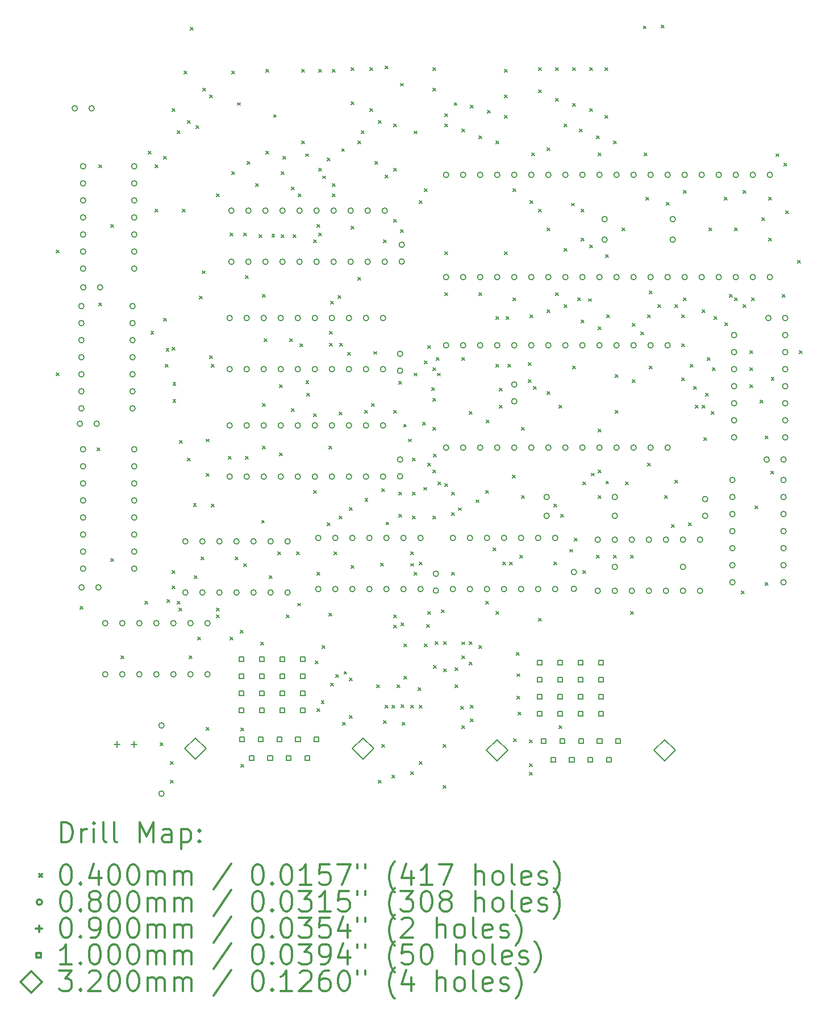
<source format=gbr>
%FSLAX45Y45*%
G04 Gerber Fmt 4.5, Leading zero omitted, Abs format (unit mm)*
G04 Created by KiCad (PCBNEW (5.1.10)-1) date 2024-05-08 08:23:37*
%MOMM*%
%LPD*%
G01*
G04 APERTURE LIST*
%ADD10C,0.200000*%
%ADD11C,0.300000*%
G04 APERTURE END LIST*
D10*
X9505000Y-5364800D02*
X9545000Y-5404800D01*
X9545000Y-5364800D02*
X9505000Y-5404800D01*
X9505000Y-7193600D02*
X9545000Y-7233600D01*
X9545000Y-7193600D02*
X9505000Y-7233600D01*
X9864600Y-10669400D02*
X9904600Y-10709400D01*
X9904600Y-10669400D02*
X9864600Y-10709400D01*
X10114600Y-8311200D02*
X10154600Y-8351200D01*
X10154600Y-8311200D02*
X10114600Y-8351200D01*
X10140000Y-4094800D02*
X10180000Y-4134800D01*
X10180000Y-4094800D02*
X10140000Y-4134800D01*
X10140000Y-6152200D02*
X10180000Y-6192200D01*
X10180000Y-6152200D02*
X10140000Y-6192200D01*
X10317800Y-4983800D02*
X10357800Y-5023800D01*
X10357800Y-4983800D02*
X10317800Y-5023800D01*
X10317800Y-9962200D02*
X10357800Y-10002200D01*
X10357800Y-9962200D02*
X10317800Y-10002200D01*
X10470200Y-11410000D02*
X10510200Y-11450000D01*
X10510200Y-11410000D02*
X10470200Y-11450000D01*
X10825800Y-10597200D02*
X10865800Y-10637200D01*
X10865800Y-10597200D02*
X10825800Y-10637200D01*
X10876499Y-3891701D02*
X10916499Y-3931701D01*
X10916499Y-3891701D02*
X10876499Y-3931701D01*
X10916499Y-6573099D02*
X10956499Y-6613099D01*
X10956499Y-6573099D02*
X10916499Y-6613099D01*
X10978200Y-4094800D02*
X11018200Y-4134800D01*
X11018200Y-4094800D02*
X10978200Y-4134800D01*
X10978200Y-4755200D02*
X11018200Y-4795200D01*
X11018200Y-4755200D02*
X10978200Y-4795200D01*
X11054400Y-12705400D02*
X11094400Y-12745400D01*
X11094400Y-12705400D02*
X11054400Y-12745400D01*
X11105200Y-3967800D02*
X11145200Y-4007800D01*
X11145200Y-3967800D02*
X11105200Y-4007800D01*
X11105200Y-6380800D02*
X11145200Y-6420800D01*
X11145200Y-6380800D02*
X11105200Y-6420800D01*
X11134198Y-7066600D02*
X11174198Y-7106600D01*
X11174198Y-7066600D02*
X11134198Y-7106600D01*
X11145099Y-6827099D02*
X11185099Y-6867099D01*
X11185099Y-6827099D02*
X11145099Y-6867099D01*
X11156000Y-10571800D02*
X11196000Y-10611800D01*
X11196000Y-10571800D02*
X11156000Y-10611800D01*
X11206800Y-12984800D02*
X11246800Y-13024800D01*
X11246800Y-12984800D02*
X11206800Y-13024800D01*
X11206800Y-13264200D02*
X11246800Y-13304200D01*
X11246800Y-13264200D02*
X11206800Y-13304200D01*
X11232200Y-3256600D02*
X11272200Y-3296600D01*
X11272200Y-3256600D02*
X11232200Y-3296600D01*
X11232200Y-6812600D02*
X11272200Y-6852600D01*
X11272200Y-6812600D02*
X11232200Y-6852600D01*
X11232200Y-10140000D02*
X11272200Y-10180000D01*
X11272200Y-10140000D02*
X11232200Y-10180000D01*
X11232200Y-10368600D02*
X11272200Y-10408600D01*
X11272200Y-10368600D02*
X11232200Y-10408600D01*
X11246699Y-7335099D02*
X11286699Y-7375099D01*
X11286699Y-7335099D02*
X11246699Y-7375099D01*
X11246699Y-7589099D02*
X11286699Y-7629099D01*
X11286699Y-7589099D02*
X11246699Y-7629099D01*
X11308400Y-3586800D02*
X11348400Y-3626800D01*
X11348400Y-3586800D02*
X11308400Y-3626800D01*
X11308400Y-10597200D02*
X11348400Y-10637200D01*
X11348400Y-10597200D02*
X11308400Y-10637200D01*
X11333800Y-10698800D02*
X11373800Y-10738800D01*
X11373800Y-10698800D02*
X11333800Y-10738800D01*
X11344701Y-8198699D02*
X11384701Y-8238699D01*
X11384701Y-8198699D02*
X11344701Y-8238699D01*
X11384600Y-4755200D02*
X11424600Y-4795200D01*
X11424600Y-4755200D02*
X11384600Y-4795200D01*
X11410000Y-2697800D02*
X11450000Y-2737800D01*
X11450000Y-2697800D02*
X11410000Y-2737800D01*
X11460800Y-3434400D02*
X11500800Y-3474400D01*
X11500800Y-3434400D02*
X11460800Y-3474400D01*
X11460800Y-8463600D02*
X11500800Y-8503600D01*
X11500800Y-8463600D02*
X11460800Y-8503600D01*
X11486200Y-11410000D02*
X11526200Y-11450000D01*
X11526200Y-11410000D02*
X11486200Y-11450000D01*
X11507600Y-2041400D02*
X11547600Y-2081400D01*
X11547600Y-2041400D02*
X11507600Y-2081400D01*
X11551499Y-9138499D02*
X11591499Y-9178499D01*
X11591499Y-9138499D02*
X11551499Y-9178499D01*
X11562400Y-10216200D02*
X11602400Y-10256200D01*
X11602400Y-10216200D02*
X11562400Y-10256200D01*
X11591500Y-3506900D02*
X11631500Y-3546900D01*
X11631500Y-3506900D02*
X11591500Y-3546900D01*
X11613200Y-11130600D02*
X11653200Y-11170600D01*
X11653200Y-11130600D02*
X11613200Y-11170600D01*
X11638600Y-6050600D02*
X11678600Y-6090600D01*
X11678600Y-6050600D02*
X11638600Y-6090600D01*
X11664000Y-9936800D02*
X11704000Y-9976800D01*
X11704000Y-9936800D02*
X11664000Y-9976800D01*
X11685700Y-5673300D02*
X11725700Y-5713300D01*
X11725700Y-5673300D02*
X11685700Y-5713300D01*
X11689400Y-2951800D02*
X11729400Y-2991800D01*
X11729400Y-2951800D02*
X11689400Y-2991800D01*
X11740200Y-8692200D02*
X11780200Y-8732200D01*
X11780200Y-8692200D02*
X11740200Y-8732200D01*
X11740200Y-12476800D02*
X11780200Y-12516800D01*
X11780200Y-12476800D02*
X11740200Y-12516800D01*
X11745400Y-8179000D02*
X11785400Y-8219000D01*
X11785400Y-8179000D02*
X11745400Y-8219000D01*
X11791000Y-3053400D02*
X11831000Y-3093400D01*
X11831000Y-3053400D02*
X11791000Y-3093400D01*
X11791000Y-6939600D02*
X11831000Y-6979600D01*
X11831000Y-6939600D02*
X11791000Y-6979600D01*
X11816400Y-7066600D02*
X11856400Y-7106600D01*
X11856400Y-7066600D02*
X11816400Y-7106600D01*
X11816400Y-9149400D02*
X11856400Y-9189400D01*
X11856400Y-9149400D02*
X11816400Y-9189400D01*
X11892600Y-4526600D02*
X11932600Y-4566600D01*
X11932600Y-4526600D02*
X11892600Y-4566600D01*
X11892600Y-10698800D02*
X11932600Y-10738800D01*
X11932600Y-10698800D02*
X11892600Y-10738800D01*
X11892600Y-10800400D02*
X11932600Y-10840400D01*
X11932600Y-10800400D02*
X11892600Y-10840400D01*
X12070400Y-8438200D02*
X12110400Y-8478200D01*
X12110400Y-8438200D02*
X12070400Y-8478200D01*
X12095800Y-5110800D02*
X12135800Y-5150800D01*
X12135800Y-5110800D02*
X12095800Y-5150800D01*
X12095800Y-11130600D02*
X12135800Y-11170600D01*
X12135800Y-11130600D02*
X12095800Y-11170600D01*
X12121200Y-2697800D02*
X12161200Y-2737800D01*
X12161200Y-2697800D02*
X12121200Y-2737800D01*
X12121200Y-4196400D02*
X12161200Y-4236400D01*
X12161200Y-4196400D02*
X12121200Y-4236400D01*
X12172000Y-9936800D02*
X12212000Y-9976800D01*
X12212000Y-9936800D02*
X12172000Y-9976800D01*
X12208301Y-3165901D02*
X12248301Y-3205901D01*
X12248301Y-3165901D02*
X12208301Y-3205901D01*
X12248200Y-11029000D02*
X12288200Y-11069000D01*
X12288200Y-11029000D02*
X12248200Y-11069000D01*
X12257800Y-12486400D02*
X12297800Y-12526400D01*
X12297800Y-12486400D02*
X12257800Y-12526400D01*
X12257800Y-13026000D02*
X12297800Y-13066000D01*
X12297800Y-13026000D02*
X12257800Y-13066000D01*
X12299000Y-5110800D02*
X12339000Y-5150800D01*
X12339000Y-5110800D02*
X12299000Y-5150800D01*
X12299000Y-10038400D02*
X12339000Y-10078400D01*
X12339000Y-10038400D02*
X12299000Y-10078400D01*
X12324400Y-5745800D02*
X12364400Y-5785800D01*
X12364400Y-5745800D02*
X12324400Y-5785800D01*
X12324400Y-8438200D02*
X12364400Y-8478200D01*
X12364400Y-8438200D02*
X12324400Y-8478200D01*
X12349800Y-4044000D02*
X12389800Y-4084000D01*
X12389800Y-4044000D02*
X12349800Y-4084000D01*
X12476800Y-4374200D02*
X12516800Y-4414200D01*
X12516800Y-4374200D02*
X12476800Y-4414200D01*
X12527600Y-5136200D02*
X12567600Y-5176200D01*
X12567600Y-5136200D02*
X12527600Y-5176200D01*
X12556499Y-11203301D02*
X12596499Y-11243301D01*
X12596499Y-11203301D02*
X12556499Y-11243301D01*
X12567499Y-9388901D02*
X12607499Y-9428901D01*
X12607499Y-9388901D02*
X12567499Y-9428901D01*
X12578400Y-6025200D02*
X12618400Y-6065200D01*
X12618400Y-6025200D02*
X12578400Y-6065200D01*
X12578400Y-7650800D02*
X12618400Y-7690800D01*
X12618400Y-7650800D02*
X12578400Y-7690800D01*
X12578400Y-8285800D02*
X12618400Y-8325800D01*
X12618400Y-8285800D02*
X12578400Y-8325800D01*
X12603800Y-6685600D02*
X12643800Y-6725600D01*
X12643800Y-6685600D02*
X12603800Y-6725600D01*
X12629200Y-2672400D02*
X12669200Y-2712400D01*
X12669200Y-2672400D02*
X12629200Y-2712400D01*
X12629200Y-3891600D02*
X12669200Y-3931600D01*
X12669200Y-3891600D02*
X12629200Y-3931600D01*
X12680000Y-10216200D02*
X12720000Y-10256200D01*
X12720000Y-10216200D02*
X12680000Y-10256200D01*
X12719899Y-5125299D02*
X12759899Y-5165299D01*
X12759899Y-5125299D02*
X12719899Y-5165299D01*
X12745299Y-3343701D02*
X12785299Y-3383701D01*
X12785299Y-3343701D02*
X12745299Y-3383701D01*
X12807000Y-9860600D02*
X12847000Y-9900600D01*
X12847000Y-9860600D02*
X12807000Y-9900600D01*
X12832400Y-7371400D02*
X12872400Y-7411400D01*
X12872400Y-7371400D02*
X12832400Y-7411400D01*
X12832400Y-8387400D02*
X12872400Y-8427400D01*
X12872400Y-8387400D02*
X12832400Y-8427400D01*
X12857800Y-4196400D02*
X12897800Y-4236400D01*
X12897800Y-4196400D02*
X12857800Y-4236400D01*
X12857800Y-5136200D02*
X12897800Y-5176200D01*
X12897800Y-5136200D02*
X12857800Y-5176200D01*
X12883200Y-3967800D02*
X12923200Y-4007800D01*
X12923200Y-3967800D02*
X12883200Y-4007800D01*
X12934000Y-10800400D02*
X12974000Y-10840400D01*
X12974000Y-10800400D02*
X12934000Y-10840400D01*
X12984800Y-6685600D02*
X13024800Y-6725600D01*
X13024800Y-6685600D02*
X12984800Y-6725600D01*
X13010200Y-4425000D02*
X13050200Y-4465000D01*
X13050200Y-4425000D02*
X13010200Y-4465000D01*
X13010200Y-7727000D02*
X13050200Y-7767000D01*
X13050200Y-7727000D02*
X13010200Y-7767000D01*
X13035600Y-5136200D02*
X13075600Y-5176200D01*
X13075600Y-5136200D02*
X13035600Y-5176200D01*
X13086400Y-9860600D02*
X13126400Y-9900600D01*
X13126400Y-9860600D02*
X13086400Y-9900600D01*
X13108100Y-10626300D02*
X13148100Y-10666300D01*
X13148100Y-10626300D02*
X13108100Y-10666300D01*
X13111800Y-4526600D02*
X13151800Y-4566600D01*
X13151800Y-4526600D02*
X13111800Y-4566600D01*
X13137200Y-6761800D02*
X13177200Y-6801800D01*
X13177200Y-6761800D02*
X13137200Y-6801800D01*
X13162600Y-2672400D02*
X13202600Y-2712400D01*
X13202600Y-2672400D02*
X13162600Y-2712400D01*
X13162600Y-3739200D02*
X13202600Y-3779200D01*
X13202600Y-3739200D02*
X13162600Y-3779200D01*
X13224301Y-3927901D02*
X13264301Y-3967901D01*
X13264301Y-3927901D02*
X13224301Y-3967901D01*
X13227899Y-7309699D02*
X13267899Y-7349699D01*
X13267899Y-7309699D02*
X13227899Y-7349699D01*
X13238800Y-7498400D02*
X13278800Y-7538400D01*
X13278800Y-7498400D02*
X13238800Y-7538400D01*
X13340400Y-5212400D02*
X13380400Y-5252400D01*
X13380400Y-5212400D02*
X13340400Y-5252400D01*
X13340400Y-7803200D02*
X13380400Y-7843200D01*
X13380400Y-7803200D02*
X13340400Y-7843200D01*
X13340400Y-8946200D02*
X13380400Y-8986200D01*
X13380400Y-8946200D02*
X13340400Y-8986200D01*
X13365800Y-11486200D02*
X13405800Y-11526200D01*
X13405800Y-11486200D02*
X13365800Y-11526200D01*
X13391200Y-4983800D02*
X13431200Y-5023800D01*
X13431200Y-4983800D02*
X13391200Y-5023800D01*
X13391200Y-10165400D02*
X13431200Y-10205400D01*
X13431200Y-10165400D02*
X13391200Y-10205400D01*
X13391200Y-12197400D02*
X13431200Y-12237400D01*
X13431200Y-12197400D02*
X13391200Y-12237400D01*
X13416600Y-2672400D02*
X13456600Y-2712400D01*
X13456600Y-2672400D02*
X13416600Y-2712400D01*
X13416600Y-4145600D02*
X13456600Y-4185600D01*
X13456600Y-4145600D02*
X13416600Y-4185600D01*
X13416600Y-5110800D02*
X13456600Y-5150800D01*
X13456600Y-5110800D02*
X13416600Y-5150800D01*
X13457900Y-12079900D02*
X13497900Y-12119900D01*
X13497900Y-12079900D02*
X13457900Y-12119900D01*
X13467400Y-11257600D02*
X13507400Y-11297600D01*
X13507400Y-11257600D02*
X13467400Y-11297600D01*
X13478301Y-4258101D02*
X13518301Y-4298101D01*
X13518301Y-4258101D02*
X13478301Y-4298101D01*
X13543600Y-3993200D02*
X13583600Y-4033200D01*
X13583600Y-3993200D02*
X13543600Y-4033200D01*
X13543600Y-9428800D02*
X13583600Y-9468800D01*
X13583600Y-9428800D02*
X13543600Y-9468800D01*
X13569000Y-8285800D02*
X13609000Y-8325800D01*
X13609000Y-8285800D02*
X13569000Y-8325800D01*
X13569000Y-10775000D02*
X13609000Y-10815000D01*
X13609000Y-10775000D02*
X13569000Y-10815000D01*
X13581700Y-6571300D02*
X13621700Y-6611300D01*
X13621700Y-6571300D02*
X13581700Y-6611300D01*
X13581700Y-6749100D02*
X13621700Y-6789100D01*
X13621700Y-6749100D02*
X13581700Y-6789100D01*
X13594400Y-6126800D02*
X13634400Y-6166800D01*
X13634400Y-6126800D02*
X13594400Y-6166800D01*
X13594400Y-11816400D02*
X13634400Y-11856400D01*
X13634400Y-11816400D02*
X13594400Y-11856400D01*
X13619800Y-2672400D02*
X13659800Y-2712400D01*
X13659800Y-2672400D02*
X13619800Y-2712400D01*
X13619800Y-4374200D02*
X13659800Y-4414200D01*
X13659800Y-4374200D02*
X13619800Y-4414200D01*
X13619800Y-4526600D02*
X13659800Y-4566600D01*
X13659800Y-4526600D02*
X13619800Y-4566600D01*
X13645200Y-9860600D02*
X13685200Y-9900600D01*
X13685200Y-9860600D02*
X13645200Y-9900600D01*
X13670600Y-11689400D02*
X13710600Y-11729400D01*
X13710600Y-11689400D02*
X13670600Y-11729400D01*
X13706901Y-6039699D02*
X13746901Y-6079699D01*
X13746901Y-6039699D02*
X13706901Y-6079699D01*
X13721400Y-7777800D02*
X13761400Y-7817800D01*
X13761400Y-7777800D02*
X13721400Y-7817800D01*
X13721400Y-9327200D02*
X13761400Y-9367200D01*
X13761400Y-9327200D02*
X13721400Y-9367200D01*
X13734100Y-6749100D02*
X13774100Y-6789100D01*
X13774100Y-6749100D02*
X13734100Y-6789100D01*
X13761299Y-3851701D02*
X13801299Y-3891701D01*
X13801299Y-3851701D02*
X13761299Y-3891701D01*
X13772200Y-12400600D02*
X13812200Y-12440600D01*
X13812200Y-12400600D02*
X13772200Y-12440600D01*
X13795700Y-11640500D02*
X13835700Y-11680500D01*
X13835700Y-11640500D02*
X13795700Y-11680500D01*
X13848400Y-6888800D02*
X13888400Y-6928800D01*
X13888400Y-6888800D02*
X13848400Y-6928800D01*
X13873800Y-9200200D02*
X13913800Y-9240200D01*
X13913800Y-9200200D02*
X13873800Y-9240200D01*
X13873800Y-11740200D02*
X13913800Y-11780200D01*
X13913800Y-11740200D02*
X13873800Y-11780200D01*
X13873800Y-12299000D02*
X13913800Y-12339000D01*
X13913800Y-12299000D02*
X13873800Y-12339000D01*
X13899200Y-2647000D02*
X13939200Y-2687000D01*
X13939200Y-2647000D02*
X13899200Y-2687000D01*
X13899200Y-3155000D02*
X13939200Y-3195000D01*
X13939200Y-3155000D02*
X13899200Y-3195000D01*
X13899200Y-5009200D02*
X13939200Y-5049200D01*
X13939200Y-5009200D02*
X13899200Y-5049200D01*
X13899200Y-10063800D02*
X13939200Y-10103800D01*
X13939200Y-10063800D02*
X13899200Y-10103800D01*
X14000800Y-5771200D02*
X14040800Y-5811200D01*
X14040800Y-5771200D02*
X14000800Y-5811200D01*
X14004398Y-3739200D02*
X14044398Y-3779200D01*
X14044398Y-3739200D02*
X14004398Y-3779200D01*
X14051600Y-3586800D02*
X14091600Y-3626800D01*
X14091600Y-3586800D02*
X14051600Y-3626800D01*
X14102400Y-7752400D02*
X14142400Y-7792400D01*
X14142400Y-7752400D02*
X14102400Y-7792400D01*
X14109601Y-9065999D02*
X14149601Y-9105999D01*
X14149601Y-9065999D02*
X14109601Y-9105999D01*
X14178600Y-2647000D02*
X14218600Y-2687000D01*
X14218600Y-2647000D02*
X14178600Y-2687000D01*
X14178600Y-3256600D02*
X14218600Y-3296600D01*
X14218600Y-3256600D02*
X14178600Y-3296600D01*
X14204000Y-7650800D02*
X14244000Y-7690800D01*
X14244000Y-7650800D02*
X14204000Y-7690800D01*
X14240301Y-6874301D02*
X14280301Y-6914301D01*
X14280301Y-6874301D02*
X14240301Y-6914301D01*
X14254800Y-4044000D02*
X14294800Y-4084000D01*
X14294800Y-4044000D02*
X14254800Y-4084000D01*
X14280200Y-11841800D02*
X14320200Y-11881800D01*
X14320200Y-11841800D02*
X14280200Y-11881800D01*
X14305600Y-3434400D02*
X14345600Y-3474400D01*
X14345600Y-3434400D02*
X14305600Y-3474400D01*
X14305600Y-13264200D02*
X14345600Y-13304200D01*
X14345600Y-13264200D02*
X14305600Y-13304200D01*
X14343700Y-10025700D02*
X14383700Y-10065700D01*
X14383700Y-10025700D02*
X14343700Y-10065700D01*
X14356400Y-8920800D02*
X14396400Y-8960800D01*
X14396400Y-8920800D02*
X14356400Y-8960800D01*
X14356400Y-12730800D02*
X14396400Y-12770800D01*
X14396400Y-12730800D02*
X14356400Y-12770800D01*
X14381800Y-5212400D02*
X14421800Y-5252400D01*
X14421800Y-5212400D02*
X14381800Y-5252400D01*
X14381800Y-12375200D02*
X14421800Y-12415200D01*
X14421800Y-12375200D02*
X14381800Y-12415200D01*
X14407200Y-2621600D02*
X14447200Y-2661600D01*
X14447200Y-2621600D02*
X14407200Y-2661600D01*
X14407200Y-4247200D02*
X14447200Y-4287200D01*
X14447200Y-4247200D02*
X14407200Y-4287200D01*
X14407200Y-12146600D02*
X14447200Y-12186600D01*
X14447200Y-12146600D02*
X14407200Y-12186600D01*
X14421700Y-9414300D02*
X14461700Y-9454300D01*
X14461700Y-9414300D02*
X14421700Y-9454300D01*
X14508800Y-12146600D02*
X14548800Y-12186600D01*
X14548800Y-12146600D02*
X14508800Y-12186600D01*
X14508800Y-13188000D02*
X14548800Y-13228000D01*
X14548800Y-13188000D02*
X14508800Y-13228000D01*
X14534200Y-3485200D02*
X14574200Y-3525200D01*
X14574200Y-3485200D02*
X14534200Y-3525200D01*
X14534200Y-4145600D02*
X14574200Y-4185600D01*
X14574200Y-4145600D02*
X14534200Y-4185600D01*
X14534200Y-4907600D02*
X14574200Y-4947600D01*
X14574200Y-4907600D02*
X14534200Y-4947600D01*
X14534200Y-7752400D02*
X14574200Y-7792400D01*
X14574200Y-7752400D02*
X14534200Y-7792400D01*
X14534200Y-10800400D02*
X14574200Y-10840400D01*
X14574200Y-10800400D02*
X14534200Y-10840400D01*
X14534200Y-10952800D02*
X14574200Y-10992800D01*
X14574200Y-10952800D02*
X14534200Y-10992800D01*
X14585000Y-11841800D02*
X14625000Y-11881800D01*
X14625000Y-11841800D02*
X14585000Y-11881800D01*
X14610400Y-7320600D02*
X14650400Y-7360600D01*
X14650400Y-7320600D02*
X14610400Y-7360600D01*
X14610400Y-8971600D02*
X14650400Y-9011600D01*
X14650400Y-8971600D02*
X14610400Y-9011600D01*
X14610400Y-9301800D02*
X14650400Y-9341800D01*
X14650400Y-9301800D02*
X14610400Y-9341800D01*
X14635800Y-5060000D02*
X14675800Y-5100000D01*
X14675800Y-5060000D02*
X14635800Y-5100000D01*
X14639500Y-2879300D02*
X14679500Y-2919300D01*
X14679500Y-2879300D02*
X14639500Y-2919300D01*
X14648500Y-10914700D02*
X14688500Y-10954700D01*
X14688500Y-10914700D02*
X14648500Y-10954700D01*
X14648500Y-12133900D02*
X14688500Y-12173900D01*
X14688500Y-12133900D02*
X14648500Y-12173900D01*
X14661200Y-12400600D02*
X14701200Y-12440600D01*
X14701200Y-12400600D02*
X14661200Y-12440600D01*
X14685100Y-7957100D02*
X14725100Y-7997100D01*
X14725100Y-7957100D02*
X14685100Y-7997100D01*
X14686600Y-11232200D02*
X14726600Y-11272200D01*
X14726600Y-11232200D02*
X14686600Y-11272200D01*
X14686600Y-11714800D02*
X14726600Y-11754800D01*
X14726600Y-11714800D02*
X14686600Y-11754800D01*
X14757600Y-8179000D02*
X14797600Y-8219000D01*
X14797600Y-8179000D02*
X14757600Y-8219000D01*
X14788200Y-9860600D02*
X14828200Y-9900600D01*
X14828200Y-9860600D02*
X14788200Y-9900600D01*
X14788200Y-10032700D02*
X14828200Y-10072700D01*
X14828200Y-10032700D02*
X14788200Y-10072700D01*
X14788200Y-12146600D02*
X14828200Y-12186600D01*
X14828200Y-12146600D02*
X14788200Y-12186600D01*
X14788200Y-13137200D02*
X14828200Y-13177200D01*
X14828200Y-13137200D02*
X14788200Y-13177200D01*
X14813600Y-8463600D02*
X14853600Y-8503600D01*
X14853600Y-8463600D02*
X14813600Y-8503600D01*
X14813600Y-8971600D02*
X14853600Y-9011600D01*
X14853600Y-8971600D02*
X14813600Y-9011600D01*
X14813900Y-9326900D02*
X14853900Y-9366900D01*
X14853900Y-9326900D02*
X14813900Y-9366900D01*
X14839000Y-10165400D02*
X14879000Y-10205400D01*
X14879000Y-10165400D02*
X14839000Y-10205400D01*
X14842700Y-3590500D02*
X14882700Y-3630500D01*
X14882700Y-3590500D02*
X14842700Y-3630500D01*
X14842700Y-7197300D02*
X14882700Y-7237300D01*
X14882700Y-7197300D02*
X14842700Y-7237300D01*
X14902500Y-11879900D02*
X14942500Y-11919900D01*
X14942500Y-11879900D02*
X14902500Y-11919900D01*
X14915200Y-4628200D02*
X14955200Y-4668200D01*
X14955200Y-4628200D02*
X14915200Y-4668200D01*
X14915200Y-10013000D02*
X14955200Y-10053000D01*
X14955200Y-10013000D02*
X14915200Y-10053000D01*
X14915200Y-12146600D02*
X14955200Y-12186600D01*
X14955200Y-12146600D02*
X14915200Y-12186600D01*
X14915200Y-12984800D02*
X14955200Y-13024800D01*
X14955200Y-12984800D02*
X14915200Y-13024800D01*
X14966000Y-7930200D02*
X15006000Y-7970200D01*
X15006000Y-7930200D02*
X14966000Y-7970200D01*
X14987700Y-8899100D02*
X15027700Y-8939100D01*
X15027700Y-8899100D02*
X14987700Y-8939100D01*
X14991400Y-4450400D02*
X15031400Y-4490400D01*
X15031400Y-4450400D02*
X14991400Y-4490400D01*
X14991400Y-7015800D02*
X15031400Y-7055800D01*
X15031400Y-7015800D02*
X14991400Y-7055800D01*
X14991400Y-11232200D02*
X15031400Y-11272200D01*
X15031400Y-11232200D02*
X14991400Y-11272200D01*
X15029500Y-10940100D02*
X15069500Y-10980100D01*
X15069500Y-10940100D02*
X15029500Y-10980100D01*
X15042200Y-6787200D02*
X15082200Y-6827200D01*
X15082200Y-6787200D02*
X15042200Y-6827200D01*
X15042200Y-8539800D02*
X15082200Y-8579800D01*
X15082200Y-8539800D02*
X15042200Y-8579800D01*
X15042200Y-10749600D02*
X15082200Y-10789600D01*
X15082200Y-10749600D02*
X15042200Y-10789600D01*
X15103800Y-7411400D02*
X15143800Y-7451400D01*
X15143800Y-7411400D02*
X15103800Y-7451400D01*
X15118400Y-2647000D02*
X15158400Y-2687000D01*
X15158400Y-2647000D02*
X15118400Y-2687000D01*
X15118400Y-2951800D02*
X15158400Y-2991800D01*
X15158400Y-2951800D02*
X15118400Y-2991800D01*
X15118400Y-7117400D02*
X15158400Y-7157400D01*
X15158400Y-7117400D02*
X15118400Y-7157400D01*
X15118400Y-7574600D02*
X15158400Y-7614600D01*
X15158400Y-7574600D02*
X15118400Y-7614600D01*
X15118400Y-8006400D02*
X15158400Y-8046400D01*
X15158400Y-8006400D02*
X15118400Y-8046400D01*
X15118700Y-8641100D02*
X15158700Y-8681100D01*
X15158700Y-8641100D02*
X15118700Y-8681100D01*
X15118700Y-9326900D02*
X15158700Y-9366900D01*
X15158700Y-9326900D02*
X15118700Y-9366900D01*
X15131100Y-8400100D02*
X15171100Y-8440100D01*
X15171100Y-8400100D02*
X15131100Y-8440100D01*
X15131100Y-11549700D02*
X15171100Y-11589700D01*
X15171100Y-11549700D02*
X15131100Y-11589700D01*
X15156500Y-11194100D02*
X15196500Y-11234100D01*
X15196500Y-11194100D02*
X15156500Y-11234100D01*
X15169200Y-6965000D02*
X15209200Y-7005000D01*
X15209200Y-6965000D02*
X15169200Y-7005000D01*
X15190900Y-7197300D02*
X15230900Y-7237300D01*
X15230900Y-7197300D02*
X15190900Y-7237300D01*
X15194600Y-8819200D02*
X15234600Y-8859200D01*
X15234600Y-8819200D02*
X15194600Y-8859200D01*
X15245400Y-10724200D02*
X15285400Y-10764200D01*
X15285400Y-10724200D02*
X15245400Y-10764200D01*
X15270800Y-12730800D02*
X15310800Y-12770800D01*
X15310800Y-12730800D02*
X15270800Y-12770800D01*
X15270800Y-13340400D02*
X15310800Y-13380400D01*
X15310800Y-13340400D02*
X15270800Y-13380400D01*
X15283500Y-11194100D02*
X15323500Y-11234100D01*
X15323500Y-11194100D02*
X15283500Y-11234100D01*
X15283500Y-11600500D02*
X15323500Y-11640500D01*
X15323500Y-11600500D02*
X15283500Y-11640500D01*
X15296200Y-3332800D02*
X15336200Y-3372800D01*
X15336200Y-3332800D02*
X15296200Y-3372800D01*
X15296200Y-3485200D02*
X15336200Y-3525200D01*
X15336200Y-3485200D02*
X15296200Y-3525200D01*
X15296200Y-5390200D02*
X15336200Y-5430200D01*
X15336200Y-5390200D02*
X15296200Y-5430200D01*
X15296200Y-5999800D02*
X15336200Y-6039800D01*
X15336200Y-5999800D02*
X15296200Y-6039800D01*
X15296200Y-8844600D02*
X15336200Y-8884600D01*
X15336200Y-8844600D02*
X15296200Y-8884600D01*
X15397800Y-8971600D02*
X15437800Y-9011600D01*
X15437800Y-8971600D02*
X15397800Y-9011600D01*
X15397800Y-9276400D02*
X15437800Y-9316400D01*
X15437800Y-9276400D02*
X15397800Y-9316400D01*
X15397800Y-10165400D02*
X15437800Y-10205400D01*
X15437800Y-10165400D02*
X15397800Y-10205400D01*
X15437699Y-3165901D02*
X15477699Y-3205901D01*
X15477699Y-3165901D02*
X15437699Y-3205901D01*
X15448600Y-11587800D02*
X15488600Y-11627800D01*
X15488600Y-11587800D02*
X15448600Y-11627800D01*
X15448600Y-11841800D02*
X15488600Y-11881800D01*
X15488600Y-11841800D02*
X15448600Y-11881800D01*
X15499400Y-9203798D02*
X15539400Y-9243798D01*
X15539400Y-9203798D02*
X15499400Y-9243798D01*
X15537500Y-12159300D02*
X15577500Y-12199300D01*
X15577500Y-12159300D02*
X15537500Y-12199300D01*
X15550200Y-3561400D02*
X15590200Y-3601400D01*
X15590200Y-3561400D02*
X15550200Y-3601400D01*
X15550200Y-6965000D02*
X15590200Y-7005000D01*
X15590200Y-6965000D02*
X15550200Y-7005000D01*
X15550200Y-11199750D02*
X15590200Y-11239750D01*
X15590200Y-11199750D02*
X15550200Y-11239750D01*
X15550200Y-11410000D02*
X15590200Y-11450000D01*
X15590200Y-11410000D02*
X15550200Y-11450000D01*
X15550200Y-12451400D02*
X15590200Y-12491400D01*
X15590200Y-12451400D02*
X15550200Y-12491400D01*
X15662701Y-7766899D02*
X15702701Y-7806899D01*
X15702701Y-7766899D02*
X15662701Y-7806899D01*
X15664500Y-11194100D02*
X15704500Y-11234100D01*
X15704500Y-11194100D02*
X15664500Y-11234100D01*
X15664500Y-11498900D02*
X15704500Y-11538900D01*
X15704500Y-11498900D02*
X15664500Y-11538900D01*
X15677200Y-3205800D02*
X15717200Y-3245800D01*
X15717200Y-3205800D02*
X15677200Y-3245800D01*
X15677200Y-12146600D02*
X15717200Y-12186600D01*
X15717200Y-12146600D02*
X15677200Y-12186600D01*
X15677200Y-12349800D02*
X15717200Y-12389800D01*
X15717200Y-12349800D02*
X15677200Y-12389800D01*
X15764301Y-9084101D02*
X15804301Y-9124101D01*
X15804301Y-9084101D02*
X15764301Y-9124101D01*
X15804200Y-3663000D02*
X15844200Y-3703000D01*
X15844200Y-3663000D02*
X15804200Y-3703000D01*
X15804200Y-5999800D02*
X15844200Y-6039800D01*
X15844200Y-5999800D02*
X15804200Y-6039800D01*
X15804200Y-11257600D02*
X15844200Y-11297600D01*
X15844200Y-11257600D02*
X15804200Y-11297600D01*
X15905800Y-8946200D02*
X15945800Y-8986200D01*
X15945800Y-8946200D02*
X15905800Y-8986200D01*
X15905800Y-10597200D02*
X15945800Y-10637200D01*
X15945800Y-10597200D02*
X15905800Y-10637200D01*
X15916701Y-7893899D02*
X15956701Y-7933899D01*
X15956701Y-7893899D02*
X15916701Y-7933899D01*
X15931200Y-3282000D02*
X15971200Y-3322000D01*
X15971200Y-3282000D02*
X15931200Y-3322000D01*
X16020100Y-9797100D02*
X16060100Y-9837100D01*
X16060100Y-9797100D02*
X16020100Y-9837100D01*
X16058200Y-3739200D02*
X16098200Y-3779200D01*
X16098200Y-3739200D02*
X16058200Y-3779200D01*
X16058200Y-6355400D02*
X16098200Y-6395400D01*
X16098200Y-6355400D02*
X16058200Y-6395400D01*
X16058200Y-7066600D02*
X16098200Y-7106600D01*
X16098200Y-7066600D02*
X16058200Y-7106600D01*
X16058200Y-10749600D02*
X16098200Y-10789600D01*
X16098200Y-10749600D02*
X16058200Y-10789600D01*
X16109000Y-7422200D02*
X16149000Y-7462200D01*
X16149000Y-7422200D02*
X16109000Y-7462200D01*
X16109000Y-7676200D02*
X16149000Y-7716200D01*
X16149000Y-7676200D02*
X16109000Y-7716200D01*
X16159800Y-10013000D02*
X16199800Y-10053000D01*
X16199800Y-10013000D02*
X16159800Y-10053000D01*
X16185200Y-2672400D02*
X16225200Y-2712400D01*
X16225200Y-2672400D02*
X16185200Y-2712400D01*
X16185200Y-3053400D02*
X16225200Y-3093400D01*
X16225200Y-3053400D02*
X16185200Y-3093400D01*
X16185200Y-3358200D02*
X16225200Y-3398200D01*
X16225200Y-3358200D02*
X16185200Y-3398200D01*
X16185200Y-5390200D02*
X16225200Y-5430200D01*
X16225200Y-5390200D02*
X16185200Y-5430200D01*
X16210600Y-6355400D02*
X16250600Y-6395400D01*
X16250600Y-6355400D02*
X16210600Y-6395400D01*
X16236000Y-7066600D02*
X16276000Y-7106600D01*
X16276000Y-7066600D02*
X16236000Y-7106600D01*
X16261400Y-10013000D02*
X16301400Y-10053000D01*
X16301400Y-10013000D02*
X16261400Y-10053000D01*
X16308200Y-8713600D02*
X16348200Y-8753600D01*
X16348200Y-8713600D02*
X16308200Y-8753600D01*
X16312200Y-4450400D02*
X16352200Y-4490400D01*
X16352200Y-4450400D02*
X16312200Y-4490400D01*
X16312200Y-6076000D02*
X16352200Y-6116000D01*
X16352200Y-6076000D02*
X16312200Y-6116000D01*
X16324900Y-12641900D02*
X16364900Y-12681900D01*
X16364900Y-12641900D02*
X16324900Y-12681900D01*
X16363000Y-11359200D02*
X16403000Y-11399200D01*
X16403000Y-11359200D02*
X16363000Y-11399200D01*
X16373800Y-11674800D02*
X16413800Y-11714800D01*
X16413800Y-11674800D02*
X16373800Y-11714800D01*
X16377000Y-12008200D02*
X16417000Y-12048200D01*
X16417000Y-12008200D02*
X16377000Y-12048200D01*
X16388400Y-12248200D02*
X16428400Y-12288200D01*
X16428400Y-12248200D02*
X16388400Y-12288200D01*
X16413800Y-9911400D02*
X16453800Y-9951400D01*
X16453800Y-9911400D02*
X16413800Y-9951400D01*
X16439200Y-8006400D02*
X16479200Y-8046400D01*
X16479200Y-8006400D02*
X16439200Y-8046400D01*
X16439200Y-9022400D02*
X16479200Y-9062400D01*
X16479200Y-9022400D02*
X16439200Y-9062400D01*
X16540800Y-7041200D02*
X16580800Y-7081200D01*
X16580800Y-7041200D02*
X16540800Y-7081200D01*
X16540800Y-7295200D02*
X16580800Y-7335200D01*
X16580800Y-7295200D02*
X16540800Y-7335200D01*
X16561300Y-12659500D02*
X16601300Y-12699500D01*
X16601300Y-12659500D02*
X16561300Y-12699500D01*
X16561300Y-13015100D02*
X16601300Y-13055100D01*
X16601300Y-13015100D02*
X16561300Y-13055100D01*
X16561300Y-13142100D02*
X16601300Y-13182100D01*
X16601300Y-13142100D02*
X16561300Y-13182100D01*
X16566200Y-4628200D02*
X16606200Y-4668200D01*
X16606200Y-4628200D02*
X16566200Y-4668200D01*
X16566200Y-6330000D02*
X16606200Y-6370000D01*
X16606200Y-6330000D02*
X16566200Y-6370000D01*
X16591600Y-3917000D02*
X16631600Y-3957000D01*
X16631600Y-3917000D02*
X16591600Y-3957000D01*
X16617000Y-7396800D02*
X16657000Y-7436800D01*
X16657000Y-7396800D02*
X16617000Y-7436800D01*
X16693200Y-2647000D02*
X16733200Y-2687000D01*
X16733200Y-2647000D02*
X16693200Y-2687000D01*
X16693200Y-2977200D02*
X16733200Y-3017200D01*
X16733200Y-2977200D02*
X16693200Y-3017200D01*
X16693200Y-4755200D02*
X16733200Y-4795200D01*
X16733200Y-4755200D02*
X16693200Y-4795200D01*
X16693200Y-10851200D02*
X16733200Y-10891200D01*
X16733200Y-10851200D02*
X16693200Y-10891200D01*
X16820200Y-3840800D02*
X16860200Y-3880800D01*
X16860200Y-3840800D02*
X16820200Y-3880800D01*
X16820200Y-5034600D02*
X16860200Y-5074600D01*
X16860200Y-5034600D02*
X16820200Y-5074600D01*
X16820200Y-6253800D02*
X16860200Y-6293800D01*
X16860200Y-6253800D02*
X16820200Y-6293800D01*
X16820200Y-7473000D02*
X16860200Y-7513000D01*
X16860200Y-7473000D02*
X16820200Y-7513000D01*
X16921800Y-9149400D02*
X16961800Y-9189400D01*
X16961800Y-9149400D02*
X16921800Y-9189400D01*
X16921800Y-10013000D02*
X16961800Y-10053000D01*
X16961800Y-10013000D02*
X16921800Y-10053000D01*
X16947200Y-2647000D02*
X16987200Y-2687000D01*
X16987200Y-2647000D02*
X16947200Y-2687000D01*
X16947200Y-3104200D02*
X16987200Y-3144200D01*
X16987200Y-3104200D02*
X16947200Y-3144200D01*
X16947200Y-5999800D02*
X16987200Y-6039800D01*
X16987200Y-5999800D02*
X16947200Y-6039800D01*
X16998000Y-7676200D02*
X17038000Y-7716200D01*
X17038000Y-7676200D02*
X16998000Y-7716200D01*
X16998000Y-12451400D02*
X17038000Y-12491400D01*
X17038000Y-12451400D02*
X16998000Y-12491400D01*
X17023400Y-9301800D02*
X17063400Y-9341800D01*
X17063400Y-9301800D02*
X17023400Y-9341800D01*
X17074200Y-3485200D02*
X17114200Y-3525200D01*
X17114200Y-3485200D02*
X17074200Y-3525200D01*
X17074200Y-5339400D02*
X17114200Y-5379400D01*
X17114200Y-5339400D02*
X17074200Y-5379400D01*
X17074200Y-6177600D02*
X17114200Y-6217600D01*
X17114200Y-6177600D02*
X17074200Y-6217600D01*
X17161200Y-9820600D02*
X17201200Y-9860600D01*
X17201200Y-9820600D02*
X17161200Y-9860600D01*
X17186701Y-4664501D02*
X17226701Y-4704501D01*
X17226701Y-4664501D02*
X17186701Y-4704501D01*
X17201200Y-2647000D02*
X17241200Y-2687000D01*
X17241200Y-2647000D02*
X17201200Y-2687000D01*
X17201200Y-3180400D02*
X17241200Y-3220400D01*
X17241200Y-3180400D02*
X17201200Y-3220400D01*
X17201200Y-7092000D02*
X17241200Y-7132000D01*
X17241200Y-7092000D02*
X17201200Y-7132000D01*
X17226600Y-9657400D02*
X17266600Y-9697400D01*
X17266600Y-9657400D02*
X17226600Y-9697400D01*
X17277400Y-6076000D02*
X17317400Y-6116000D01*
X17317400Y-6076000D02*
X17277400Y-6116000D01*
X17302800Y-3561400D02*
X17342800Y-3601400D01*
X17342800Y-3561400D02*
X17302800Y-3601400D01*
X17328200Y-4755200D02*
X17368200Y-4795200D01*
X17368200Y-4755200D02*
X17328200Y-4795200D01*
X17328200Y-5187000D02*
X17368200Y-5227000D01*
X17368200Y-5187000D02*
X17328200Y-5227000D01*
X17328200Y-6406200D02*
X17368200Y-6446200D01*
X17368200Y-6406200D02*
X17328200Y-6446200D01*
X17353600Y-8819200D02*
X17393600Y-8859200D01*
X17393600Y-8819200D02*
X17353600Y-8859200D01*
X17353600Y-10140000D02*
X17393600Y-10180000D01*
X17393600Y-10140000D02*
X17353600Y-10180000D01*
X17440701Y-6086901D02*
X17480701Y-6126901D01*
X17480701Y-6086901D02*
X17440701Y-6126901D01*
X17455200Y-2647000D02*
X17495200Y-2687000D01*
X17495200Y-2647000D02*
X17455200Y-2687000D01*
X17455200Y-3256600D02*
X17495200Y-3296600D01*
X17495200Y-3256600D02*
X17455200Y-3296600D01*
X17455200Y-5288600D02*
X17495200Y-5328600D01*
X17495200Y-5288600D02*
X17455200Y-5328600D01*
X17485702Y-8687098D02*
X17525702Y-8727098D01*
X17525702Y-8687098D02*
X17485702Y-8727098D01*
X17556800Y-3663000D02*
X17596800Y-3703000D01*
X17596800Y-3663000D02*
X17556800Y-3703000D01*
X17556800Y-9911400D02*
X17596800Y-9951400D01*
X17596800Y-9911400D02*
X17556800Y-9951400D01*
X17582200Y-3917000D02*
X17622200Y-3957000D01*
X17622200Y-3917000D02*
X17582200Y-3957000D01*
X17582200Y-6507800D02*
X17622200Y-6547800D01*
X17622200Y-6507800D02*
X17582200Y-6547800D01*
X17582200Y-8031800D02*
X17622200Y-8071800D01*
X17622200Y-8031800D02*
X17582200Y-8071800D01*
X17582200Y-8641400D02*
X17622200Y-8681400D01*
X17622200Y-8641400D02*
X17582200Y-8681400D01*
X17582200Y-9022400D02*
X17622200Y-9062400D01*
X17622200Y-9022400D02*
X17582200Y-9062400D01*
X17683800Y-2647000D02*
X17723800Y-2687000D01*
X17723800Y-2647000D02*
X17683800Y-2687000D01*
X17683800Y-3358200D02*
X17723800Y-3398200D01*
X17723800Y-3358200D02*
X17683800Y-3398200D01*
X17694701Y-5430099D02*
X17734701Y-5470099D01*
X17734701Y-5430099D02*
X17694701Y-5470099D01*
X17698300Y-8804700D02*
X17738300Y-8844700D01*
X17738300Y-8804700D02*
X17698300Y-8844700D01*
X17709200Y-6330000D02*
X17749200Y-6370000D01*
X17749200Y-6330000D02*
X17709200Y-6370000D01*
X17810800Y-3739200D02*
X17850800Y-3779200D01*
X17850800Y-3739200D02*
X17810800Y-3779200D01*
X17810800Y-9911400D02*
X17850800Y-9951400D01*
X17850800Y-9911400D02*
X17810800Y-9951400D01*
X17836200Y-7219000D02*
X17876200Y-7259000D01*
X17876200Y-7219000D02*
X17836200Y-7259000D01*
X17836200Y-7752400D02*
X17876200Y-7792400D01*
X17876200Y-7752400D02*
X17836200Y-7792400D01*
X17937800Y-5034600D02*
X17977800Y-5074600D01*
X17977800Y-5034600D02*
X17937800Y-5074600D01*
X17988600Y-8819200D02*
X18028600Y-8859200D01*
X18028600Y-8819200D02*
X17988600Y-8859200D01*
X18064800Y-9911400D02*
X18104800Y-9951400D01*
X18104800Y-9911400D02*
X18064800Y-9951400D01*
X18064800Y-10749600D02*
X18104800Y-10789600D01*
X18104800Y-10749600D02*
X18064800Y-10789600D01*
X18090200Y-6457000D02*
X18130200Y-6497000D01*
X18130200Y-6457000D02*
X18090200Y-6497000D01*
X18090200Y-7295200D02*
X18130200Y-7335200D01*
X18130200Y-7295200D02*
X18090200Y-7335200D01*
X18217200Y-6584000D02*
X18257200Y-6624000D01*
X18257200Y-6584000D02*
X18217200Y-6624000D01*
X18257600Y-2022400D02*
X18297600Y-2062400D01*
X18297600Y-2022400D02*
X18257600Y-2062400D01*
X18268000Y-3917000D02*
X18308000Y-3957000D01*
X18308000Y-3917000D02*
X18268000Y-3957000D01*
X18293400Y-4577400D02*
X18333400Y-4617400D01*
X18333400Y-4577400D02*
X18293400Y-4617400D01*
X18318800Y-6330000D02*
X18358800Y-6370000D01*
X18358800Y-6330000D02*
X18318800Y-6370000D01*
X18318800Y-8539800D02*
X18358800Y-8579800D01*
X18358800Y-8539800D02*
X18318800Y-8579800D01*
X18344200Y-5974400D02*
X18384200Y-6014400D01*
X18384200Y-5974400D02*
X18344200Y-6014400D01*
X18344200Y-7092000D02*
X18384200Y-7132000D01*
X18384200Y-7092000D02*
X18344200Y-7132000D01*
X18471200Y-6177600D02*
X18511200Y-6217600D01*
X18511200Y-6177600D02*
X18471200Y-6217600D01*
X18522000Y-2012000D02*
X18562000Y-2052000D01*
X18562000Y-2012000D02*
X18522000Y-2052000D01*
X18572800Y-9022400D02*
X18612800Y-9062400D01*
X18612800Y-9022400D02*
X18572800Y-9062400D01*
X18598200Y-4653600D02*
X18638200Y-4693600D01*
X18638200Y-4653600D02*
X18598200Y-4693600D01*
X18674400Y-9454200D02*
X18714400Y-9494200D01*
X18714400Y-9454200D02*
X18674400Y-9494200D01*
X18725200Y-6177600D02*
X18765200Y-6217600D01*
X18765200Y-6177600D02*
X18725200Y-6217600D01*
X18725200Y-8793800D02*
X18765200Y-8833800D01*
X18765200Y-8793800D02*
X18725200Y-8833800D01*
X18826800Y-6330000D02*
X18866800Y-6370000D01*
X18866800Y-6330000D02*
X18826800Y-6370000D01*
X18826800Y-6761800D02*
X18866800Y-6801800D01*
X18866800Y-6761800D02*
X18826800Y-6801800D01*
X18826800Y-7269800D02*
X18866800Y-7309800D01*
X18866800Y-7269800D02*
X18826800Y-7309800D01*
X18852200Y-4475800D02*
X18892200Y-4515800D01*
X18892200Y-4475800D02*
X18852200Y-4515800D01*
X18852200Y-6076000D02*
X18892200Y-6116000D01*
X18892200Y-6076000D02*
X18852200Y-6116000D01*
X18928400Y-9428800D02*
X18968400Y-9468800D01*
X18968400Y-9428800D02*
X18928400Y-9468800D01*
X18953800Y-7066600D02*
X18993800Y-7106600D01*
X18993800Y-7066600D02*
X18953800Y-7106600D01*
X19004600Y-7396800D02*
X19044600Y-7436800D01*
X19044600Y-7396800D02*
X19004600Y-7436800D01*
X19030000Y-7676200D02*
X19070000Y-7716200D01*
X19070000Y-7676200D02*
X19030000Y-7716200D01*
X19131600Y-6253800D02*
X19171600Y-6293800D01*
X19171600Y-6253800D02*
X19131600Y-6293800D01*
X19131600Y-7676200D02*
X19171600Y-7716200D01*
X19171600Y-7676200D02*
X19131600Y-7716200D01*
X19157000Y-8158800D02*
X19197000Y-8198800D01*
X19197000Y-8158800D02*
X19157000Y-8198800D01*
X19182400Y-7498400D02*
X19222400Y-7538400D01*
X19222400Y-7498400D02*
X19182400Y-7538400D01*
X19207800Y-6965000D02*
X19247800Y-7005000D01*
X19247800Y-6965000D02*
X19207800Y-7005000D01*
X19233200Y-5034600D02*
X19273200Y-5074600D01*
X19273200Y-5034600D02*
X19233200Y-5074600D01*
X19269501Y-7766899D02*
X19309501Y-7806899D01*
X19309501Y-7766899D02*
X19269501Y-7806899D01*
X19284000Y-7117400D02*
X19324000Y-7157400D01*
X19324000Y-7117400D02*
X19284000Y-7157400D01*
X19309400Y-6355400D02*
X19349400Y-6395400D01*
X19349400Y-6355400D02*
X19309400Y-6395400D01*
X19461800Y-4577400D02*
X19501800Y-4617400D01*
X19501800Y-4577400D02*
X19461800Y-4617400D01*
X19474500Y-6444300D02*
X19514500Y-6484300D01*
X19514500Y-6444300D02*
X19474500Y-6484300D01*
X19538000Y-6025200D02*
X19578000Y-6065200D01*
X19578000Y-6025200D02*
X19538000Y-6065200D01*
X19614200Y-5034600D02*
X19654200Y-5074600D01*
X19654200Y-5034600D02*
X19614200Y-5074600D01*
X19614200Y-6076000D02*
X19654200Y-6116000D01*
X19654200Y-6076000D02*
X19614200Y-6116000D01*
X19715800Y-10444800D02*
X19755800Y-10484800D01*
X19755800Y-10444800D02*
X19715800Y-10484800D01*
X19741200Y-4475800D02*
X19781200Y-4515800D01*
X19781200Y-4475800D02*
X19741200Y-4515800D01*
X19741200Y-6177600D02*
X19781200Y-6217600D01*
X19781200Y-6177600D02*
X19741200Y-6217600D01*
X19842800Y-6863400D02*
X19882800Y-6903400D01*
X19882800Y-6863400D02*
X19842800Y-6903400D01*
X19842800Y-7117400D02*
X19882800Y-7157400D01*
X19882800Y-7117400D02*
X19842800Y-7157400D01*
X19842800Y-7371400D02*
X19882800Y-7411400D01*
X19882800Y-7371400D02*
X19842800Y-7411400D01*
X19868200Y-6076000D02*
X19908200Y-6116000D01*
X19908200Y-6076000D02*
X19868200Y-6116000D01*
X19919000Y-9174800D02*
X19959000Y-9214800D01*
X19959000Y-9174800D02*
X19919000Y-9214800D01*
X19995200Y-7600000D02*
X20035200Y-7640000D01*
X20035200Y-7600000D02*
X19995200Y-7640000D01*
X20020600Y-4882200D02*
X20060600Y-4922200D01*
X20060600Y-4882200D02*
X20020600Y-4922200D01*
X20075400Y-8129400D02*
X20115400Y-8169400D01*
X20115400Y-8129400D02*
X20075400Y-8169400D01*
X20075400Y-10313800D02*
X20115400Y-10353800D01*
X20115400Y-10313800D02*
X20075400Y-10353800D01*
X20122200Y-4577400D02*
X20162200Y-4617400D01*
X20162200Y-4577400D02*
X20122200Y-4617400D01*
X20122200Y-5187000D02*
X20162200Y-5227000D01*
X20162200Y-5187000D02*
X20122200Y-5227000D01*
X20158500Y-8655900D02*
X20198500Y-8695900D01*
X20198500Y-8655900D02*
X20158500Y-8695900D01*
X20162099Y-7258899D02*
X20202099Y-7298899D01*
X20202099Y-7258899D02*
X20162099Y-7298899D01*
X20234701Y-3927901D02*
X20274701Y-3967901D01*
X20274701Y-3927901D02*
X20234701Y-3967901D01*
X20325400Y-6025200D02*
X20365400Y-6065200D01*
X20365400Y-6025200D02*
X20325400Y-6065200D01*
X20350699Y-4069299D02*
X20390699Y-4109299D01*
X20390699Y-4069299D02*
X20350699Y-4109299D01*
X20376200Y-4780600D02*
X20416200Y-4820600D01*
X20416200Y-4780600D02*
X20376200Y-4820600D01*
X20554000Y-5517200D02*
X20594000Y-5557200D01*
X20594000Y-5517200D02*
X20554000Y-5557200D01*
X20579400Y-6863400D02*
X20619400Y-6903400D01*
X20619400Y-6863400D02*
X20579400Y-6903400D01*
X9823000Y-3251200D02*
G75*
G03*
X9823000Y-3251200I-40000J0D01*
G01*
X9899200Y-7950200D02*
G75*
G03*
X9899200Y-7950200I-40000J0D01*
G01*
X9920600Y-6197600D02*
G75*
G03*
X9920600Y-6197600I-40000J0D01*
G01*
X9920600Y-6451600D02*
G75*
G03*
X9920600Y-6451600I-40000J0D01*
G01*
X9920600Y-6705600D02*
G75*
G03*
X9920600Y-6705600I-40000J0D01*
G01*
X9920600Y-6959600D02*
G75*
G03*
X9920600Y-6959600I-40000J0D01*
G01*
X9920600Y-7213600D02*
G75*
G03*
X9920600Y-7213600I-40000J0D01*
G01*
X9920600Y-7467600D02*
G75*
G03*
X9920600Y-7467600I-40000J0D01*
G01*
X9920600Y-7721600D02*
G75*
G03*
X9920600Y-7721600I-40000J0D01*
G01*
X9924600Y-10388600D02*
G75*
G03*
X9924600Y-10388600I-40000J0D01*
G01*
X9946000Y-4114800D02*
G75*
G03*
X9946000Y-4114800I-40000J0D01*
G01*
X9946000Y-4368800D02*
G75*
G03*
X9946000Y-4368800I-40000J0D01*
G01*
X9946000Y-4622800D02*
G75*
G03*
X9946000Y-4622800I-40000J0D01*
G01*
X9946000Y-4876800D02*
G75*
G03*
X9946000Y-4876800I-40000J0D01*
G01*
X9946000Y-5130800D02*
G75*
G03*
X9946000Y-5130800I-40000J0D01*
G01*
X9946000Y-5384800D02*
G75*
G03*
X9946000Y-5384800I-40000J0D01*
G01*
X9946000Y-5638800D02*
G75*
G03*
X9946000Y-5638800I-40000J0D01*
G01*
X9946000Y-8331200D02*
G75*
G03*
X9946000Y-8331200I-40000J0D01*
G01*
X9946000Y-8585200D02*
G75*
G03*
X9946000Y-8585200I-40000J0D01*
G01*
X9946000Y-8839200D02*
G75*
G03*
X9946000Y-8839200I-40000J0D01*
G01*
X9946000Y-9093200D02*
G75*
G03*
X9946000Y-9093200I-40000J0D01*
G01*
X9946000Y-9347200D02*
G75*
G03*
X9946000Y-9347200I-40000J0D01*
G01*
X9946000Y-9601200D02*
G75*
G03*
X9946000Y-9601200I-40000J0D01*
G01*
X9946000Y-9855200D02*
G75*
G03*
X9946000Y-9855200I-40000J0D01*
G01*
X9946000Y-10109200D02*
G75*
G03*
X9946000Y-10109200I-40000J0D01*
G01*
X9950000Y-5918200D02*
G75*
G03*
X9950000Y-5918200I-40000J0D01*
G01*
X10073000Y-3251200D02*
G75*
G03*
X10073000Y-3251200I-40000J0D01*
G01*
X10149200Y-7950200D02*
G75*
G03*
X10149200Y-7950200I-40000J0D01*
G01*
X10174600Y-10388600D02*
G75*
G03*
X10174600Y-10388600I-40000J0D01*
G01*
X10200000Y-5918200D02*
G75*
G03*
X10200000Y-5918200I-40000J0D01*
G01*
X10276200Y-10922000D02*
G75*
G03*
X10276200Y-10922000I-40000J0D01*
G01*
X10276200Y-11684000D02*
G75*
G03*
X10276200Y-11684000I-40000J0D01*
G01*
X10530200Y-10922000D02*
G75*
G03*
X10530200Y-10922000I-40000J0D01*
G01*
X10530200Y-11684000D02*
G75*
G03*
X10530200Y-11684000I-40000J0D01*
G01*
X10682600Y-6197600D02*
G75*
G03*
X10682600Y-6197600I-40000J0D01*
G01*
X10682600Y-6451600D02*
G75*
G03*
X10682600Y-6451600I-40000J0D01*
G01*
X10682600Y-6705600D02*
G75*
G03*
X10682600Y-6705600I-40000J0D01*
G01*
X10682600Y-6959600D02*
G75*
G03*
X10682600Y-6959600I-40000J0D01*
G01*
X10682600Y-7213600D02*
G75*
G03*
X10682600Y-7213600I-40000J0D01*
G01*
X10682600Y-7467600D02*
G75*
G03*
X10682600Y-7467600I-40000J0D01*
G01*
X10682600Y-7721600D02*
G75*
G03*
X10682600Y-7721600I-40000J0D01*
G01*
X10708000Y-4114800D02*
G75*
G03*
X10708000Y-4114800I-40000J0D01*
G01*
X10708000Y-4368800D02*
G75*
G03*
X10708000Y-4368800I-40000J0D01*
G01*
X10708000Y-4622800D02*
G75*
G03*
X10708000Y-4622800I-40000J0D01*
G01*
X10708000Y-4876800D02*
G75*
G03*
X10708000Y-4876800I-40000J0D01*
G01*
X10708000Y-5130800D02*
G75*
G03*
X10708000Y-5130800I-40000J0D01*
G01*
X10708000Y-5384800D02*
G75*
G03*
X10708000Y-5384800I-40000J0D01*
G01*
X10708000Y-5638800D02*
G75*
G03*
X10708000Y-5638800I-40000J0D01*
G01*
X10708000Y-8331200D02*
G75*
G03*
X10708000Y-8331200I-40000J0D01*
G01*
X10708000Y-8585200D02*
G75*
G03*
X10708000Y-8585200I-40000J0D01*
G01*
X10708000Y-8839200D02*
G75*
G03*
X10708000Y-8839200I-40000J0D01*
G01*
X10708000Y-9093200D02*
G75*
G03*
X10708000Y-9093200I-40000J0D01*
G01*
X10708000Y-9347200D02*
G75*
G03*
X10708000Y-9347200I-40000J0D01*
G01*
X10708000Y-9601200D02*
G75*
G03*
X10708000Y-9601200I-40000J0D01*
G01*
X10708000Y-9855200D02*
G75*
G03*
X10708000Y-9855200I-40000J0D01*
G01*
X10708000Y-10109200D02*
G75*
G03*
X10708000Y-10109200I-40000J0D01*
G01*
X10784200Y-10922000D02*
G75*
G03*
X10784200Y-10922000I-40000J0D01*
G01*
X10784200Y-11684000D02*
G75*
G03*
X10784200Y-11684000I-40000J0D01*
G01*
X11038200Y-10922000D02*
G75*
G03*
X11038200Y-10922000I-40000J0D01*
G01*
X11038200Y-11684000D02*
G75*
G03*
X11038200Y-11684000I-40000J0D01*
G01*
X11114400Y-12446000D02*
G75*
G03*
X11114400Y-12446000I-40000J0D01*
G01*
X11114400Y-13462000D02*
G75*
G03*
X11114400Y-13462000I-40000J0D01*
G01*
X11292200Y-10922000D02*
G75*
G03*
X11292200Y-10922000I-40000J0D01*
G01*
X11292200Y-11684000D02*
G75*
G03*
X11292200Y-11684000I-40000J0D01*
G01*
X11470000Y-9702800D02*
G75*
G03*
X11470000Y-9702800I-40000J0D01*
G01*
X11470000Y-10464800D02*
G75*
G03*
X11470000Y-10464800I-40000J0D01*
G01*
X11546200Y-10922000D02*
G75*
G03*
X11546200Y-10922000I-40000J0D01*
G01*
X11546200Y-11684000D02*
G75*
G03*
X11546200Y-11684000I-40000J0D01*
G01*
X11724000Y-9702800D02*
G75*
G03*
X11724000Y-9702800I-40000J0D01*
G01*
X11724000Y-10464800D02*
G75*
G03*
X11724000Y-10464800I-40000J0D01*
G01*
X11800200Y-10922000D02*
G75*
G03*
X11800200Y-10922000I-40000J0D01*
G01*
X11800200Y-11684000D02*
G75*
G03*
X11800200Y-11684000I-40000J0D01*
G01*
X11978000Y-9702800D02*
G75*
G03*
X11978000Y-9702800I-40000J0D01*
G01*
X11978000Y-10464800D02*
G75*
G03*
X11978000Y-10464800I-40000J0D01*
G01*
X12130400Y-6375400D02*
G75*
G03*
X12130400Y-6375400I-40000J0D01*
G01*
X12130400Y-7137400D02*
G75*
G03*
X12130400Y-7137400I-40000J0D01*
G01*
X12130400Y-7975600D02*
G75*
G03*
X12130400Y-7975600I-40000J0D01*
G01*
X12130400Y-8737600D02*
G75*
G03*
X12130400Y-8737600I-40000J0D01*
G01*
X12155800Y-4775200D02*
G75*
G03*
X12155800Y-4775200I-40000J0D01*
G01*
X12155800Y-5537200D02*
G75*
G03*
X12155800Y-5537200I-40000J0D01*
G01*
X12232000Y-9702800D02*
G75*
G03*
X12232000Y-9702800I-40000J0D01*
G01*
X12232000Y-10464800D02*
G75*
G03*
X12232000Y-10464800I-40000J0D01*
G01*
X12384400Y-6375400D02*
G75*
G03*
X12384400Y-6375400I-40000J0D01*
G01*
X12384400Y-7137400D02*
G75*
G03*
X12384400Y-7137400I-40000J0D01*
G01*
X12384400Y-7975600D02*
G75*
G03*
X12384400Y-7975600I-40000J0D01*
G01*
X12384400Y-8737600D02*
G75*
G03*
X12384400Y-8737600I-40000J0D01*
G01*
X12409800Y-4775200D02*
G75*
G03*
X12409800Y-4775200I-40000J0D01*
G01*
X12409800Y-5537200D02*
G75*
G03*
X12409800Y-5537200I-40000J0D01*
G01*
X12486000Y-9702800D02*
G75*
G03*
X12486000Y-9702800I-40000J0D01*
G01*
X12486000Y-10464800D02*
G75*
G03*
X12486000Y-10464800I-40000J0D01*
G01*
X12638400Y-6375400D02*
G75*
G03*
X12638400Y-6375400I-40000J0D01*
G01*
X12638400Y-7137400D02*
G75*
G03*
X12638400Y-7137400I-40000J0D01*
G01*
X12638400Y-7975600D02*
G75*
G03*
X12638400Y-7975600I-40000J0D01*
G01*
X12638400Y-8737600D02*
G75*
G03*
X12638400Y-8737600I-40000J0D01*
G01*
X12663800Y-4775200D02*
G75*
G03*
X12663800Y-4775200I-40000J0D01*
G01*
X12663800Y-5537200D02*
G75*
G03*
X12663800Y-5537200I-40000J0D01*
G01*
X12740000Y-9702800D02*
G75*
G03*
X12740000Y-9702800I-40000J0D01*
G01*
X12740000Y-10464800D02*
G75*
G03*
X12740000Y-10464800I-40000J0D01*
G01*
X12892400Y-6375400D02*
G75*
G03*
X12892400Y-6375400I-40000J0D01*
G01*
X12892400Y-7137400D02*
G75*
G03*
X12892400Y-7137400I-40000J0D01*
G01*
X12892400Y-7975600D02*
G75*
G03*
X12892400Y-7975600I-40000J0D01*
G01*
X12892400Y-8737600D02*
G75*
G03*
X12892400Y-8737600I-40000J0D01*
G01*
X12917800Y-4775200D02*
G75*
G03*
X12917800Y-4775200I-40000J0D01*
G01*
X12917800Y-5537200D02*
G75*
G03*
X12917800Y-5537200I-40000J0D01*
G01*
X12994000Y-9702800D02*
G75*
G03*
X12994000Y-9702800I-40000J0D01*
G01*
X12994000Y-10464800D02*
G75*
G03*
X12994000Y-10464800I-40000J0D01*
G01*
X13146400Y-6375400D02*
G75*
G03*
X13146400Y-6375400I-40000J0D01*
G01*
X13146400Y-7137400D02*
G75*
G03*
X13146400Y-7137400I-40000J0D01*
G01*
X13146400Y-7975600D02*
G75*
G03*
X13146400Y-7975600I-40000J0D01*
G01*
X13146400Y-8737600D02*
G75*
G03*
X13146400Y-8737600I-40000J0D01*
G01*
X13171800Y-4775200D02*
G75*
G03*
X13171800Y-4775200I-40000J0D01*
G01*
X13171800Y-5537200D02*
G75*
G03*
X13171800Y-5537200I-40000J0D01*
G01*
X13400400Y-6375400D02*
G75*
G03*
X13400400Y-6375400I-40000J0D01*
G01*
X13400400Y-7137400D02*
G75*
G03*
X13400400Y-7137400I-40000J0D01*
G01*
X13400400Y-7975600D02*
G75*
G03*
X13400400Y-7975600I-40000J0D01*
G01*
X13400400Y-8737600D02*
G75*
G03*
X13400400Y-8737600I-40000J0D01*
G01*
X13425800Y-4775200D02*
G75*
G03*
X13425800Y-4775200I-40000J0D01*
G01*
X13425800Y-5537200D02*
G75*
G03*
X13425800Y-5537200I-40000J0D01*
G01*
X13451200Y-9652000D02*
G75*
G03*
X13451200Y-9652000I-40000J0D01*
G01*
X13451200Y-10414000D02*
G75*
G03*
X13451200Y-10414000I-40000J0D01*
G01*
X13654400Y-6375400D02*
G75*
G03*
X13654400Y-6375400I-40000J0D01*
G01*
X13654400Y-7137400D02*
G75*
G03*
X13654400Y-7137400I-40000J0D01*
G01*
X13654400Y-7975600D02*
G75*
G03*
X13654400Y-7975600I-40000J0D01*
G01*
X13654400Y-8737600D02*
G75*
G03*
X13654400Y-8737600I-40000J0D01*
G01*
X13679800Y-4775200D02*
G75*
G03*
X13679800Y-4775200I-40000J0D01*
G01*
X13679800Y-5537200D02*
G75*
G03*
X13679800Y-5537200I-40000J0D01*
G01*
X13705200Y-9652000D02*
G75*
G03*
X13705200Y-9652000I-40000J0D01*
G01*
X13705200Y-10414000D02*
G75*
G03*
X13705200Y-10414000I-40000J0D01*
G01*
X13908400Y-6375400D02*
G75*
G03*
X13908400Y-6375400I-40000J0D01*
G01*
X13908400Y-7137400D02*
G75*
G03*
X13908400Y-7137400I-40000J0D01*
G01*
X13908400Y-7975600D02*
G75*
G03*
X13908400Y-7975600I-40000J0D01*
G01*
X13908400Y-8737600D02*
G75*
G03*
X13908400Y-8737600I-40000J0D01*
G01*
X13933800Y-4775200D02*
G75*
G03*
X13933800Y-4775200I-40000J0D01*
G01*
X13933800Y-5537200D02*
G75*
G03*
X13933800Y-5537200I-40000J0D01*
G01*
X13959200Y-9652000D02*
G75*
G03*
X13959200Y-9652000I-40000J0D01*
G01*
X13959200Y-10414000D02*
G75*
G03*
X13959200Y-10414000I-40000J0D01*
G01*
X14162400Y-6375400D02*
G75*
G03*
X14162400Y-6375400I-40000J0D01*
G01*
X14162400Y-7137400D02*
G75*
G03*
X14162400Y-7137400I-40000J0D01*
G01*
X14162400Y-7975600D02*
G75*
G03*
X14162400Y-7975600I-40000J0D01*
G01*
X14162400Y-8737600D02*
G75*
G03*
X14162400Y-8737600I-40000J0D01*
G01*
X14187800Y-4775200D02*
G75*
G03*
X14187800Y-4775200I-40000J0D01*
G01*
X14187800Y-5537200D02*
G75*
G03*
X14187800Y-5537200I-40000J0D01*
G01*
X14213200Y-9652000D02*
G75*
G03*
X14213200Y-9652000I-40000J0D01*
G01*
X14213200Y-10414000D02*
G75*
G03*
X14213200Y-10414000I-40000J0D01*
G01*
X14416400Y-6375400D02*
G75*
G03*
X14416400Y-6375400I-40000J0D01*
G01*
X14416400Y-7137400D02*
G75*
G03*
X14416400Y-7137400I-40000J0D01*
G01*
X14416400Y-7975600D02*
G75*
G03*
X14416400Y-7975600I-40000J0D01*
G01*
X14416400Y-8737600D02*
G75*
G03*
X14416400Y-8737600I-40000J0D01*
G01*
X14441800Y-4775200D02*
G75*
G03*
X14441800Y-4775200I-40000J0D01*
G01*
X14441800Y-5537200D02*
G75*
G03*
X14441800Y-5537200I-40000J0D01*
G01*
X14467200Y-9652000D02*
G75*
G03*
X14467200Y-9652000I-40000J0D01*
G01*
X14467200Y-10414000D02*
G75*
G03*
X14467200Y-10414000I-40000J0D01*
G01*
X14670400Y-6908800D02*
G75*
G03*
X14670400Y-6908800I-40000J0D01*
G01*
X14670400Y-7158800D02*
G75*
G03*
X14670400Y-7158800I-40000J0D01*
G01*
X14670400Y-8483600D02*
G75*
G03*
X14670400Y-8483600I-40000J0D01*
G01*
X14670400Y-8733600D02*
G75*
G03*
X14670400Y-8733600I-40000J0D01*
G01*
X14695800Y-5283200D02*
G75*
G03*
X14695800Y-5283200I-40000J0D01*
G01*
X14695800Y-5533200D02*
G75*
G03*
X14695800Y-5533200I-40000J0D01*
G01*
X14721200Y-9652000D02*
G75*
G03*
X14721200Y-9652000I-40000J0D01*
G01*
X14721200Y-10414000D02*
G75*
G03*
X14721200Y-10414000I-40000J0D01*
G01*
X14975200Y-9652000D02*
G75*
G03*
X14975200Y-9652000I-40000J0D01*
G01*
X14975200Y-10414000D02*
G75*
G03*
X14975200Y-10414000I-40000J0D01*
G01*
X15203800Y-10185400D02*
G75*
G03*
X15203800Y-10185400I-40000J0D01*
G01*
X15203800Y-10435400D02*
G75*
G03*
X15203800Y-10435400I-40000J0D01*
G01*
X15356200Y-4241800D02*
G75*
G03*
X15356200Y-4241800I-40000J0D01*
G01*
X15356200Y-5765800D02*
G75*
G03*
X15356200Y-5765800I-40000J0D01*
G01*
X15356200Y-6781800D02*
G75*
G03*
X15356200Y-6781800I-40000J0D01*
G01*
X15356200Y-8305800D02*
G75*
G03*
X15356200Y-8305800I-40000J0D01*
G01*
X15457800Y-9652000D02*
G75*
G03*
X15457800Y-9652000I-40000J0D01*
G01*
X15457800Y-10414000D02*
G75*
G03*
X15457800Y-10414000I-40000J0D01*
G01*
X15610200Y-4241800D02*
G75*
G03*
X15610200Y-4241800I-40000J0D01*
G01*
X15610200Y-5765800D02*
G75*
G03*
X15610200Y-5765800I-40000J0D01*
G01*
X15610200Y-6781800D02*
G75*
G03*
X15610200Y-6781800I-40000J0D01*
G01*
X15610200Y-8305800D02*
G75*
G03*
X15610200Y-8305800I-40000J0D01*
G01*
X15711800Y-9652000D02*
G75*
G03*
X15711800Y-9652000I-40000J0D01*
G01*
X15711800Y-10414000D02*
G75*
G03*
X15711800Y-10414000I-40000J0D01*
G01*
X15864200Y-4241800D02*
G75*
G03*
X15864200Y-4241800I-40000J0D01*
G01*
X15864200Y-5765800D02*
G75*
G03*
X15864200Y-5765800I-40000J0D01*
G01*
X15864200Y-6781800D02*
G75*
G03*
X15864200Y-6781800I-40000J0D01*
G01*
X15864200Y-8305800D02*
G75*
G03*
X15864200Y-8305800I-40000J0D01*
G01*
X15965800Y-9652000D02*
G75*
G03*
X15965800Y-9652000I-40000J0D01*
G01*
X15965800Y-10414000D02*
G75*
G03*
X15965800Y-10414000I-40000J0D01*
G01*
X16118200Y-4241800D02*
G75*
G03*
X16118200Y-4241800I-40000J0D01*
G01*
X16118200Y-5765800D02*
G75*
G03*
X16118200Y-5765800I-40000J0D01*
G01*
X16118200Y-6781800D02*
G75*
G03*
X16118200Y-6781800I-40000J0D01*
G01*
X16118200Y-8305800D02*
G75*
G03*
X16118200Y-8305800I-40000J0D01*
G01*
X16219800Y-9652000D02*
G75*
G03*
X16219800Y-9652000I-40000J0D01*
G01*
X16219800Y-10414000D02*
G75*
G03*
X16219800Y-10414000I-40000J0D01*
G01*
X16372200Y-4241800D02*
G75*
G03*
X16372200Y-4241800I-40000J0D01*
G01*
X16372200Y-5765800D02*
G75*
G03*
X16372200Y-5765800I-40000J0D01*
G01*
X16372200Y-6781800D02*
G75*
G03*
X16372200Y-6781800I-40000J0D01*
G01*
X16372200Y-7366000D02*
G75*
G03*
X16372200Y-7366000I-40000J0D01*
G01*
X16372200Y-7616000D02*
G75*
G03*
X16372200Y-7616000I-40000J0D01*
G01*
X16372200Y-8305800D02*
G75*
G03*
X16372200Y-8305800I-40000J0D01*
G01*
X16473800Y-9652000D02*
G75*
G03*
X16473800Y-9652000I-40000J0D01*
G01*
X16473800Y-10414000D02*
G75*
G03*
X16473800Y-10414000I-40000J0D01*
G01*
X16626200Y-4241800D02*
G75*
G03*
X16626200Y-4241800I-40000J0D01*
G01*
X16626200Y-5765800D02*
G75*
G03*
X16626200Y-5765800I-40000J0D01*
G01*
X16626200Y-6781800D02*
G75*
G03*
X16626200Y-6781800I-40000J0D01*
G01*
X16626200Y-8305800D02*
G75*
G03*
X16626200Y-8305800I-40000J0D01*
G01*
X16727800Y-9652000D02*
G75*
G03*
X16727800Y-9652000I-40000J0D01*
G01*
X16727800Y-10414000D02*
G75*
G03*
X16727800Y-10414000I-40000J0D01*
G01*
X16854800Y-9042400D02*
G75*
G03*
X16854800Y-9042400I-40000J0D01*
G01*
X16854800Y-9321800D02*
G75*
G03*
X16854800Y-9321800I-40000J0D01*
G01*
X16880200Y-4241800D02*
G75*
G03*
X16880200Y-4241800I-40000J0D01*
G01*
X16880200Y-5765800D02*
G75*
G03*
X16880200Y-5765800I-40000J0D01*
G01*
X16880200Y-6781800D02*
G75*
G03*
X16880200Y-6781800I-40000J0D01*
G01*
X16880200Y-8305800D02*
G75*
G03*
X16880200Y-8305800I-40000J0D01*
G01*
X16981800Y-9652000D02*
G75*
G03*
X16981800Y-9652000I-40000J0D01*
G01*
X16981800Y-10414000D02*
G75*
G03*
X16981800Y-10414000I-40000J0D01*
G01*
X17134200Y-4241800D02*
G75*
G03*
X17134200Y-4241800I-40000J0D01*
G01*
X17134200Y-5765800D02*
G75*
G03*
X17134200Y-5765800I-40000J0D01*
G01*
X17134200Y-6781800D02*
G75*
G03*
X17134200Y-6781800I-40000J0D01*
G01*
X17134200Y-8305800D02*
G75*
G03*
X17134200Y-8305800I-40000J0D01*
G01*
X17261200Y-10160000D02*
G75*
G03*
X17261200Y-10160000I-40000J0D01*
G01*
X17261200Y-10410000D02*
G75*
G03*
X17261200Y-10410000I-40000J0D01*
G01*
X17388200Y-4241800D02*
G75*
G03*
X17388200Y-4241800I-40000J0D01*
G01*
X17388200Y-5765800D02*
G75*
G03*
X17388200Y-5765800I-40000J0D01*
G01*
X17388200Y-6781800D02*
G75*
G03*
X17388200Y-6781800I-40000J0D01*
G01*
X17388200Y-8305800D02*
G75*
G03*
X17388200Y-8305800I-40000J0D01*
G01*
X17616800Y-9677400D02*
G75*
G03*
X17616800Y-9677400I-40000J0D01*
G01*
X17616800Y-10439400D02*
G75*
G03*
X17616800Y-10439400I-40000J0D01*
G01*
X17642200Y-4241800D02*
G75*
G03*
X17642200Y-4241800I-40000J0D01*
G01*
X17642200Y-5765800D02*
G75*
G03*
X17642200Y-5765800I-40000J0D01*
G01*
X17642200Y-6781800D02*
G75*
G03*
X17642200Y-6781800I-40000J0D01*
G01*
X17642200Y-8305800D02*
G75*
G03*
X17642200Y-8305800I-40000J0D01*
G01*
X17718400Y-4902200D02*
G75*
G03*
X17718400Y-4902200I-40000J0D01*
G01*
X17718400Y-5207000D02*
G75*
G03*
X17718400Y-5207000I-40000J0D01*
G01*
X17870800Y-9042400D02*
G75*
G03*
X17870800Y-9042400I-40000J0D01*
G01*
X17870800Y-9321800D02*
G75*
G03*
X17870800Y-9321800I-40000J0D01*
G01*
X17870800Y-9677400D02*
G75*
G03*
X17870800Y-9677400I-40000J0D01*
G01*
X17870800Y-10083800D02*
G75*
G03*
X17870800Y-10083800I-40000J0D01*
G01*
X17870800Y-10439400D02*
G75*
G03*
X17870800Y-10439400I-40000J0D01*
G01*
X17896200Y-4241800D02*
G75*
G03*
X17896200Y-4241800I-40000J0D01*
G01*
X17896200Y-5765800D02*
G75*
G03*
X17896200Y-5765800I-40000J0D01*
G01*
X17896200Y-6781800D02*
G75*
G03*
X17896200Y-6781800I-40000J0D01*
G01*
X17896200Y-8305800D02*
G75*
G03*
X17896200Y-8305800I-40000J0D01*
G01*
X18124800Y-9677400D02*
G75*
G03*
X18124800Y-9677400I-40000J0D01*
G01*
X18124800Y-10439400D02*
G75*
G03*
X18124800Y-10439400I-40000J0D01*
G01*
X18150200Y-4241800D02*
G75*
G03*
X18150200Y-4241800I-40000J0D01*
G01*
X18150200Y-5765800D02*
G75*
G03*
X18150200Y-5765800I-40000J0D01*
G01*
X18150200Y-6781800D02*
G75*
G03*
X18150200Y-6781800I-40000J0D01*
G01*
X18150200Y-8305800D02*
G75*
G03*
X18150200Y-8305800I-40000J0D01*
G01*
X18378800Y-9677400D02*
G75*
G03*
X18378800Y-9677400I-40000J0D01*
G01*
X18378800Y-10439400D02*
G75*
G03*
X18378800Y-10439400I-40000J0D01*
G01*
X18404200Y-4241800D02*
G75*
G03*
X18404200Y-4241800I-40000J0D01*
G01*
X18404200Y-5765800D02*
G75*
G03*
X18404200Y-5765800I-40000J0D01*
G01*
X18404200Y-6781800D02*
G75*
G03*
X18404200Y-6781800I-40000J0D01*
G01*
X18404200Y-8305800D02*
G75*
G03*
X18404200Y-8305800I-40000J0D01*
G01*
X18632800Y-9677400D02*
G75*
G03*
X18632800Y-9677400I-40000J0D01*
G01*
X18632800Y-10439400D02*
G75*
G03*
X18632800Y-10439400I-40000J0D01*
G01*
X18658200Y-4241800D02*
G75*
G03*
X18658200Y-4241800I-40000J0D01*
G01*
X18658200Y-5765800D02*
G75*
G03*
X18658200Y-5765800I-40000J0D01*
G01*
X18658200Y-6781800D02*
G75*
G03*
X18658200Y-6781800I-40000J0D01*
G01*
X18658200Y-8305800D02*
G75*
G03*
X18658200Y-8305800I-40000J0D01*
G01*
X18734400Y-4902200D02*
G75*
G03*
X18734400Y-4902200I-40000J0D01*
G01*
X18734400Y-5207000D02*
G75*
G03*
X18734400Y-5207000I-40000J0D01*
G01*
X18886800Y-9677400D02*
G75*
G03*
X18886800Y-9677400I-40000J0D01*
G01*
X18886800Y-10083800D02*
G75*
G03*
X18886800Y-10083800I-40000J0D01*
G01*
X18886800Y-10439400D02*
G75*
G03*
X18886800Y-10439400I-40000J0D01*
G01*
X18912200Y-4241800D02*
G75*
G03*
X18912200Y-4241800I-40000J0D01*
G01*
X18912200Y-5765800D02*
G75*
G03*
X18912200Y-5765800I-40000J0D01*
G01*
X19140800Y-9677400D02*
G75*
G03*
X19140800Y-9677400I-40000J0D01*
G01*
X19140800Y-10439400D02*
G75*
G03*
X19140800Y-10439400I-40000J0D01*
G01*
X19166200Y-4241800D02*
G75*
G03*
X19166200Y-4241800I-40000J0D01*
G01*
X19166200Y-5765800D02*
G75*
G03*
X19166200Y-5765800I-40000J0D01*
G01*
X19217000Y-9071800D02*
G75*
G03*
X19217000Y-9071800I-40000J0D01*
G01*
X19217000Y-9321800D02*
G75*
G03*
X19217000Y-9321800I-40000J0D01*
G01*
X19420200Y-4241800D02*
G75*
G03*
X19420200Y-4241800I-40000J0D01*
G01*
X19420200Y-5765800D02*
G75*
G03*
X19420200Y-5765800I-40000J0D01*
G01*
X19623400Y-8788400D02*
G75*
G03*
X19623400Y-8788400I-40000J0D01*
G01*
X19623400Y-9042400D02*
G75*
G03*
X19623400Y-9042400I-40000J0D01*
G01*
X19623400Y-9296400D02*
G75*
G03*
X19623400Y-9296400I-40000J0D01*
G01*
X19623400Y-9550400D02*
G75*
G03*
X19623400Y-9550400I-40000J0D01*
G01*
X19623400Y-9804400D02*
G75*
G03*
X19623400Y-9804400I-40000J0D01*
G01*
X19623400Y-10058400D02*
G75*
G03*
X19623400Y-10058400I-40000J0D01*
G01*
X19623400Y-10312400D02*
G75*
G03*
X19623400Y-10312400I-40000J0D01*
G01*
X19648800Y-6629400D02*
G75*
G03*
X19648800Y-6629400I-40000J0D01*
G01*
X19648800Y-6883400D02*
G75*
G03*
X19648800Y-6883400I-40000J0D01*
G01*
X19648800Y-7137400D02*
G75*
G03*
X19648800Y-7137400I-40000J0D01*
G01*
X19648800Y-7391400D02*
G75*
G03*
X19648800Y-7391400I-40000J0D01*
G01*
X19648800Y-7645400D02*
G75*
G03*
X19648800Y-7645400I-40000J0D01*
G01*
X19648800Y-7899400D02*
G75*
G03*
X19648800Y-7899400I-40000J0D01*
G01*
X19648800Y-8153400D02*
G75*
G03*
X19648800Y-8153400I-40000J0D01*
G01*
X19674200Y-4241800D02*
G75*
G03*
X19674200Y-4241800I-40000J0D01*
G01*
X19674200Y-5765800D02*
G75*
G03*
X19674200Y-5765800I-40000J0D01*
G01*
X19928200Y-4241800D02*
G75*
G03*
X19928200Y-4241800I-40000J0D01*
G01*
X19928200Y-5765800D02*
G75*
G03*
X19928200Y-5765800I-40000J0D01*
G01*
X20135400Y-8483600D02*
G75*
G03*
X20135400Y-8483600I-40000J0D01*
G01*
X20160800Y-6375400D02*
G75*
G03*
X20160800Y-6375400I-40000J0D01*
G01*
X20182200Y-4241800D02*
G75*
G03*
X20182200Y-4241800I-40000J0D01*
G01*
X20182200Y-5765800D02*
G75*
G03*
X20182200Y-5765800I-40000J0D01*
G01*
X20385400Y-8483600D02*
G75*
G03*
X20385400Y-8483600I-40000J0D01*
G01*
X20385400Y-8788400D02*
G75*
G03*
X20385400Y-8788400I-40000J0D01*
G01*
X20385400Y-9042400D02*
G75*
G03*
X20385400Y-9042400I-40000J0D01*
G01*
X20385400Y-9296400D02*
G75*
G03*
X20385400Y-9296400I-40000J0D01*
G01*
X20385400Y-9550400D02*
G75*
G03*
X20385400Y-9550400I-40000J0D01*
G01*
X20385400Y-9804400D02*
G75*
G03*
X20385400Y-9804400I-40000J0D01*
G01*
X20385400Y-10058400D02*
G75*
G03*
X20385400Y-10058400I-40000J0D01*
G01*
X20385400Y-10312400D02*
G75*
G03*
X20385400Y-10312400I-40000J0D01*
G01*
X20410800Y-6375400D02*
G75*
G03*
X20410800Y-6375400I-40000J0D01*
G01*
X20410800Y-6629400D02*
G75*
G03*
X20410800Y-6629400I-40000J0D01*
G01*
X20410800Y-6883400D02*
G75*
G03*
X20410800Y-6883400I-40000J0D01*
G01*
X20410800Y-7137400D02*
G75*
G03*
X20410800Y-7137400I-40000J0D01*
G01*
X20410800Y-7391400D02*
G75*
G03*
X20410800Y-7391400I-40000J0D01*
G01*
X20410800Y-7645400D02*
G75*
G03*
X20410800Y-7645400I-40000J0D01*
G01*
X20410800Y-7899400D02*
G75*
G03*
X20410800Y-7899400I-40000J0D01*
G01*
X20410800Y-8153400D02*
G75*
G03*
X20410800Y-8153400I-40000J0D01*
G01*
X10414000Y-12680400D02*
X10414000Y-12770400D01*
X10369000Y-12725400D02*
X10459000Y-12725400D01*
X10668000Y-12680400D02*
X10668000Y-12770400D01*
X10623000Y-12725400D02*
X10713000Y-12725400D01*
X12303556Y-11490756D02*
X12303556Y-11420044D01*
X12232844Y-11420044D01*
X12232844Y-11490756D01*
X12303556Y-11490756D01*
X12303556Y-11744756D02*
X12303556Y-11674044D01*
X12232844Y-11674044D01*
X12232844Y-11744756D01*
X12303556Y-11744756D01*
X12303556Y-11998756D02*
X12303556Y-11928044D01*
X12232844Y-11928044D01*
X12232844Y-11998756D01*
X12303556Y-11998756D01*
X12303556Y-12252756D02*
X12303556Y-12182044D01*
X12232844Y-12182044D01*
X12232844Y-12252756D01*
X12303556Y-12252756D01*
X12313156Y-12684556D02*
X12313156Y-12613844D01*
X12242444Y-12613844D01*
X12242444Y-12684556D01*
X12313156Y-12684556D01*
X12451656Y-12968556D02*
X12451656Y-12897844D01*
X12380944Y-12897844D01*
X12380944Y-12968556D01*
X12451656Y-12968556D01*
X12590156Y-12684556D02*
X12590156Y-12613844D01*
X12519444Y-12613844D01*
X12519444Y-12684556D01*
X12590156Y-12684556D01*
X12608356Y-11490756D02*
X12608356Y-11420044D01*
X12537644Y-11420044D01*
X12537644Y-11490756D01*
X12608356Y-11490756D01*
X12608356Y-11744756D02*
X12608356Y-11674044D01*
X12537644Y-11674044D01*
X12537644Y-11744756D01*
X12608356Y-11744756D01*
X12608356Y-11998756D02*
X12608356Y-11928044D01*
X12537644Y-11928044D01*
X12537644Y-11998756D01*
X12608356Y-11998756D01*
X12608356Y-12252756D02*
X12608356Y-12182044D01*
X12537644Y-12182044D01*
X12537644Y-12252756D01*
X12608356Y-12252756D01*
X12728656Y-12968556D02*
X12728656Y-12897844D01*
X12657944Y-12897844D01*
X12657944Y-12968556D01*
X12728656Y-12968556D01*
X12867156Y-12684556D02*
X12867156Y-12613844D01*
X12796444Y-12613844D01*
X12796444Y-12684556D01*
X12867156Y-12684556D01*
X12913156Y-11490756D02*
X12913156Y-11420044D01*
X12842444Y-11420044D01*
X12842444Y-11490756D01*
X12913156Y-11490756D01*
X12913156Y-11744756D02*
X12913156Y-11674044D01*
X12842444Y-11674044D01*
X12842444Y-11744756D01*
X12913156Y-11744756D01*
X12913156Y-11998756D02*
X12913156Y-11928044D01*
X12842444Y-11928044D01*
X12842444Y-11998756D01*
X12913156Y-11998756D01*
X12913156Y-12252756D02*
X12913156Y-12182044D01*
X12842444Y-12182044D01*
X12842444Y-12252756D01*
X12913156Y-12252756D01*
X13005656Y-12968556D02*
X13005656Y-12897844D01*
X12934944Y-12897844D01*
X12934944Y-12968556D01*
X13005656Y-12968556D01*
X13144156Y-12684556D02*
X13144156Y-12613844D01*
X13073444Y-12613844D01*
X13073444Y-12684556D01*
X13144156Y-12684556D01*
X13217956Y-11490756D02*
X13217956Y-11420044D01*
X13147244Y-11420044D01*
X13147244Y-11490756D01*
X13217956Y-11490756D01*
X13217956Y-11744756D02*
X13217956Y-11674044D01*
X13147244Y-11674044D01*
X13147244Y-11744756D01*
X13217956Y-11744756D01*
X13217956Y-11998756D02*
X13217956Y-11928044D01*
X13147244Y-11928044D01*
X13147244Y-11998756D01*
X13217956Y-11998756D01*
X13217956Y-12252756D02*
X13217956Y-12182044D01*
X13147244Y-12182044D01*
X13147244Y-12252756D01*
X13217956Y-12252756D01*
X13282656Y-12968556D02*
X13282656Y-12897844D01*
X13211944Y-12897844D01*
X13211944Y-12968556D01*
X13282656Y-12968556D01*
X13421156Y-12684556D02*
X13421156Y-12613844D01*
X13350444Y-12613844D01*
X13350444Y-12684556D01*
X13421156Y-12684556D01*
X16748556Y-11541556D02*
X16748556Y-11470844D01*
X16677844Y-11470844D01*
X16677844Y-11541556D01*
X16748556Y-11541556D01*
X16748556Y-11795556D02*
X16748556Y-11724844D01*
X16677844Y-11724844D01*
X16677844Y-11795556D01*
X16748556Y-11795556D01*
X16748556Y-12049556D02*
X16748556Y-11978844D01*
X16677844Y-11978844D01*
X16677844Y-12049556D01*
X16748556Y-12049556D01*
X16748556Y-12303556D02*
X16748556Y-12232844D01*
X16677844Y-12232844D01*
X16677844Y-12303556D01*
X16748556Y-12303556D01*
X16808956Y-12709956D02*
X16808956Y-12639244D01*
X16738244Y-12639244D01*
X16738244Y-12709956D01*
X16808956Y-12709956D01*
X16947456Y-12993956D02*
X16947456Y-12923244D01*
X16876744Y-12923244D01*
X16876744Y-12993956D01*
X16947456Y-12993956D01*
X17053356Y-11541556D02*
X17053356Y-11470844D01*
X16982644Y-11470844D01*
X16982644Y-11541556D01*
X17053356Y-11541556D01*
X17053356Y-11795556D02*
X17053356Y-11724844D01*
X16982644Y-11724844D01*
X16982644Y-11795556D01*
X17053356Y-11795556D01*
X17053356Y-12049556D02*
X17053356Y-11978844D01*
X16982644Y-11978844D01*
X16982644Y-12049556D01*
X17053356Y-12049556D01*
X17053356Y-12303556D02*
X17053356Y-12232844D01*
X16982644Y-12232844D01*
X16982644Y-12303556D01*
X17053356Y-12303556D01*
X17085956Y-12709956D02*
X17085956Y-12639244D01*
X17015244Y-12639244D01*
X17015244Y-12709956D01*
X17085956Y-12709956D01*
X17224456Y-12993956D02*
X17224456Y-12923244D01*
X17153744Y-12923244D01*
X17153744Y-12993956D01*
X17224456Y-12993956D01*
X17358156Y-11541556D02*
X17358156Y-11470844D01*
X17287444Y-11470844D01*
X17287444Y-11541556D01*
X17358156Y-11541556D01*
X17358156Y-11795556D02*
X17358156Y-11724844D01*
X17287444Y-11724844D01*
X17287444Y-11795556D01*
X17358156Y-11795556D01*
X17358156Y-12049556D02*
X17358156Y-11978844D01*
X17287444Y-11978844D01*
X17287444Y-12049556D01*
X17358156Y-12049556D01*
X17358156Y-12303556D02*
X17358156Y-12232844D01*
X17287444Y-12232844D01*
X17287444Y-12303556D01*
X17358156Y-12303556D01*
X17362956Y-12709956D02*
X17362956Y-12639244D01*
X17292244Y-12639244D01*
X17292244Y-12709956D01*
X17362956Y-12709956D01*
X17501456Y-12993956D02*
X17501456Y-12923244D01*
X17430744Y-12923244D01*
X17430744Y-12993956D01*
X17501456Y-12993956D01*
X17639956Y-12709956D02*
X17639956Y-12639244D01*
X17569244Y-12639244D01*
X17569244Y-12709956D01*
X17639956Y-12709956D01*
X17662956Y-11541556D02*
X17662956Y-11470844D01*
X17592244Y-11470844D01*
X17592244Y-11541556D01*
X17662956Y-11541556D01*
X17662956Y-11795556D02*
X17662956Y-11724844D01*
X17592244Y-11724844D01*
X17592244Y-11795556D01*
X17662956Y-11795556D01*
X17662956Y-12049556D02*
X17662956Y-11978844D01*
X17592244Y-11978844D01*
X17592244Y-12049556D01*
X17662956Y-12049556D01*
X17662956Y-12303556D02*
X17662956Y-12232844D01*
X17592244Y-12232844D01*
X17592244Y-12303556D01*
X17662956Y-12303556D01*
X17778456Y-12993956D02*
X17778456Y-12923244D01*
X17707744Y-12923244D01*
X17707744Y-12993956D01*
X17778456Y-12993956D01*
X17916956Y-12709956D02*
X17916956Y-12639244D01*
X17846244Y-12639244D01*
X17846244Y-12709956D01*
X17916956Y-12709956D01*
X11581800Y-12951200D02*
X11741800Y-12791200D01*
X11581800Y-12631200D01*
X11421800Y-12791200D01*
X11581800Y-12951200D01*
X14081800Y-12951200D02*
X14241800Y-12791200D01*
X14081800Y-12631200D01*
X13921800Y-12791200D01*
X14081800Y-12951200D01*
X16077600Y-12976600D02*
X16237600Y-12816600D01*
X16077600Y-12656600D01*
X15917600Y-12816600D01*
X16077600Y-12976600D01*
X18577600Y-12976600D02*
X18737600Y-12816600D01*
X18577600Y-12656600D01*
X18417600Y-12816600D01*
X18577600Y-12976600D01*
D11*
X9581528Y-14187014D02*
X9581528Y-13887014D01*
X9652957Y-13887014D01*
X9695814Y-13901300D01*
X9724386Y-13929871D01*
X9738671Y-13958443D01*
X9752957Y-14015586D01*
X9752957Y-14058443D01*
X9738671Y-14115586D01*
X9724386Y-14144157D01*
X9695814Y-14172729D01*
X9652957Y-14187014D01*
X9581528Y-14187014D01*
X9881528Y-14187014D02*
X9881528Y-13987014D01*
X9881528Y-14044157D02*
X9895814Y-14015586D01*
X9910100Y-14001300D01*
X9938671Y-13987014D01*
X9967243Y-13987014D01*
X10067243Y-14187014D02*
X10067243Y-13987014D01*
X10067243Y-13887014D02*
X10052957Y-13901300D01*
X10067243Y-13915586D01*
X10081528Y-13901300D01*
X10067243Y-13887014D01*
X10067243Y-13915586D01*
X10252957Y-14187014D02*
X10224386Y-14172729D01*
X10210100Y-14144157D01*
X10210100Y-13887014D01*
X10410100Y-14187014D02*
X10381528Y-14172729D01*
X10367243Y-14144157D01*
X10367243Y-13887014D01*
X10752957Y-14187014D02*
X10752957Y-13887014D01*
X10852957Y-14101300D01*
X10952957Y-13887014D01*
X10952957Y-14187014D01*
X11224386Y-14187014D02*
X11224386Y-14029871D01*
X11210100Y-14001300D01*
X11181528Y-13987014D01*
X11124386Y-13987014D01*
X11095814Y-14001300D01*
X11224386Y-14172729D02*
X11195814Y-14187014D01*
X11124386Y-14187014D01*
X11095814Y-14172729D01*
X11081528Y-14144157D01*
X11081528Y-14115586D01*
X11095814Y-14087014D01*
X11124386Y-14072729D01*
X11195814Y-14072729D01*
X11224386Y-14058443D01*
X11367243Y-13987014D02*
X11367243Y-14287014D01*
X11367243Y-14001300D02*
X11395814Y-13987014D01*
X11452957Y-13987014D01*
X11481528Y-14001300D01*
X11495814Y-14015586D01*
X11510100Y-14044157D01*
X11510100Y-14129871D01*
X11495814Y-14158443D01*
X11481528Y-14172729D01*
X11452957Y-14187014D01*
X11395814Y-14187014D01*
X11367243Y-14172729D01*
X11638671Y-14158443D02*
X11652957Y-14172729D01*
X11638671Y-14187014D01*
X11624386Y-14172729D01*
X11638671Y-14158443D01*
X11638671Y-14187014D01*
X11638671Y-14001300D02*
X11652957Y-14015586D01*
X11638671Y-14029871D01*
X11624386Y-14015586D01*
X11638671Y-14001300D01*
X11638671Y-14029871D01*
X9255100Y-14661300D02*
X9295100Y-14701300D01*
X9295100Y-14661300D02*
X9255100Y-14701300D01*
X9638671Y-14517014D02*
X9667243Y-14517014D01*
X9695814Y-14531300D01*
X9710100Y-14545586D01*
X9724386Y-14574157D01*
X9738671Y-14631300D01*
X9738671Y-14702729D01*
X9724386Y-14759871D01*
X9710100Y-14788443D01*
X9695814Y-14802729D01*
X9667243Y-14817014D01*
X9638671Y-14817014D01*
X9610100Y-14802729D01*
X9595814Y-14788443D01*
X9581528Y-14759871D01*
X9567243Y-14702729D01*
X9567243Y-14631300D01*
X9581528Y-14574157D01*
X9595814Y-14545586D01*
X9610100Y-14531300D01*
X9638671Y-14517014D01*
X9867243Y-14788443D02*
X9881528Y-14802729D01*
X9867243Y-14817014D01*
X9852957Y-14802729D01*
X9867243Y-14788443D01*
X9867243Y-14817014D01*
X10138671Y-14617014D02*
X10138671Y-14817014D01*
X10067243Y-14502729D02*
X9995814Y-14717014D01*
X10181528Y-14717014D01*
X10352957Y-14517014D02*
X10381528Y-14517014D01*
X10410100Y-14531300D01*
X10424386Y-14545586D01*
X10438671Y-14574157D01*
X10452957Y-14631300D01*
X10452957Y-14702729D01*
X10438671Y-14759871D01*
X10424386Y-14788443D01*
X10410100Y-14802729D01*
X10381528Y-14817014D01*
X10352957Y-14817014D01*
X10324386Y-14802729D01*
X10310100Y-14788443D01*
X10295814Y-14759871D01*
X10281528Y-14702729D01*
X10281528Y-14631300D01*
X10295814Y-14574157D01*
X10310100Y-14545586D01*
X10324386Y-14531300D01*
X10352957Y-14517014D01*
X10638671Y-14517014D02*
X10667243Y-14517014D01*
X10695814Y-14531300D01*
X10710100Y-14545586D01*
X10724386Y-14574157D01*
X10738671Y-14631300D01*
X10738671Y-14702729D01*
X10724386Y-14759871D01*
X10710100Y-14788443D01*
X10695814Y-14802729D01*
X10667243Y-14817014D01*
X10638671Y-14817014D01*
X10610100Y-14802729D01*
X10595814Y-14788443D01*
X10581528Y-14759871D01*
X10567243Y-14702729D01*
X10567243Y-14631300D01*
X10581528Y-14574157D01*
X10595814Y-14545586D01*
X10610100Y-14531300D01*
X10638671Y-14517014D01*
X10867243Y-14817014D02*
X10867243Y-14617014D01*
X10867243Y-14645586D02*
X10881528Y-14631300D01*
X10910100Y-14617014D01*
X10952957Y-14617014D01*
X10981528Y-14631300D01*
X10995814Y-14659871D01*
X10995814Y-14817014D01*
X10995814Y-14659871D02*
X11010100Y-14631300D01*
X11038671Y-14617014D01*
X11081528Y-14617014D01*
X11110100Y-14631300D01*
X11124386Y-14659871D01*
X11124386Y-14817014D01*
X11267243Y-14817014D02*
X11267243Y-14617014D01*
X11267243Y-14645586D02*
X11281528Y-14631300D01*
X11310100Y-14617014D01*
X11352957Y-14617014D01*
X11381528Y-14631300D01*
X11395814Y-14659871D01*
X11395814Y-14817014D01*
X11395814Y-14659871D02*
X11410100Y-14631300D01*
X11438671Y-14617014D01*
X11481528Y-14617014D01*
X11510100Y-14631300D01*
X11524386Y-14659871D01*
X11524386Y-14817014D01*
X12110100Y-14502729D02*
X11852957Y-14888443D01*
X12495814Y-14517014D02*
X12524386Y-14517014D01*
X12552957Y-14531300D01*
X12567243Y-14545586D01*
X12581528Y-14574157D01*
X12595814Y-14631300D01*
X12595814Y-14702729D01*
X12581528Y-14759871D01*
X12567243Y-14788443D01*
X12552957Y-14802729D01*
X12524386Y-14817014D01*
X12495814Y-14817014D01*
X12467243Y-14802729D01*
X12452957Y-14788443D01*
X12438671Y-14759871D01*
X12424386Y-14702729D01*
X12424386Y-14631300D01*
X12438671Y-14574157D01*
X12452957Y-14545586D01*
X12467243Y-14531300D01*
X12495814Y-14517014D01*
X12724386Y-14788443D02*
X12738671Y-14802729D01*
X12724386Y-14817014D01*
X12710100Y-14802729D01*
X12724386Y-14788443D01*
X12724386Y-14817014D01*
X12924386Y-14517014D02*
X12952957Y-14517014D01*
X12981528Y-14531300D01*
X12995814Y-14545586D01*
X13010100Y-14574157D01*
X13024386Y-14631300D01*
X13024386Y-14702729D01*
X13010100Y-14759871D01*
X12995814Y-14788443D01*
X12981528Y-14802729D01*
X12952957Y-14817014D01*
X12924386Y-14817014D01*
X12895814Y-14802729D01*
X12881528Y-14788443D01*
X12867243Y-14759871D01*
X12852957Y-14702729D01*
X12852957Y-14631300D01*
X12867243Y-14574157D01*
X12881528Y-14545586D01*
X12895814Y-14531300D01*
X12924386Y-14517014D01*
X13310100Y-14817014D02*
X13138671Y-14817014D01*
X13224386Y-14817014D02*
X13224386Y-14517014D01*
X13195814Y-14559871D01*
X13167243Y-14588443D01*
X13138671Y-14602729D01*
X13581528Y-14517014D02*
X13438671Y-14517014D01*
X13424386Y-14659871D01*
X13438671Y-14645586D01*
X13467243Y-14631300D01*
X13538671Y-14631300D01*
X13567243Y-14645586D01*
X13581528Y-14659871D01*
X13595814Y-14688443D01*
X13595814Y-14759871D01*
X13581528Y-14788443D01*
X13567243Y-14802729D01*
X13538671Y-14817014D01*
X13467243Y-14817014D01*
X13438671Y-14802729D01*
X13424386Y-14788443D01*
X13695814Y-14517014D02*
X13895814Y-14517014D01*
X13767243Y-14817014D01*
X13995814Y-14517014D02*
X13995814Y-14574157D01*
X14110100Y-14517014D02*
X14110100Y-14574157D01*
X14552957Y-14931300D02*
X14538671Y-14917014D01*
X14510100Y-14874157D01*
X14495814Y-14845586D01*
X14481528Y-14802729D01*
X14467243Y-14731300D01*
X14467243Y-14674157D01*
X14481528Y-14602729D01*
X14495814Y-14559871D01*
X14510100Y-14531300D01*
X14538671Y-14488443D01*
X14552957Y-14474157D01*
X14795814Y-14617014D02*
X14795814Y-14817014D01*
X14724386Y-14502729D02*
X14652957Y-14717014D01*
X14838671Y-14717014D01*
X15110100Y-14817014D02*
X14938671Y-14817014D01*
X15024386Y-14817014D02*
X15024386Y-14517014D01*
X14995814Y-14559871D01*
X14967243Y-14588443D01*
X14938671Y-14602729D01*
X15210100Y-14517014D02*
X15410100Y-14517014D01*
X15281528Y-14817014D01*
X15752957Y-14817014D02*
X15752957Y-14517014D01*
X15881528Y-14817014D02*
X15881528Y-14659871D01*
X15867243Y-14631300D01*
X15838671Y-14617014D01*
X15795814Y-14617014D01*
X15767243Y-14631300D01*
X15752957Y-14645586D01*
X16067243Y-14817014D02*
X16038671Y-14802729D01*
X16024386Y-14788443D01*
X16010100Y-14759871D01*
X16010100Y-14674157D01*
X16024386Y-14645586D01*
X16038671Y-14631300D01*
X16067243Y-14617014D01*
X16110100Y-14617014D01*
X16138671Y-14631300D01*
X16152957Y-14645586D01*
X16167243Y-14674157D01*
X16167243Y-14759871D01*
X16152957Y-14788443D01*
X16138671Y-14802729D01*
X16110100Y-14817014D01*
X16067243Y-14817014D01*
X16338671Y-14817014D02*
X16310100Y-14802729D01*
X16295814Y-14774157D01*
X16295814Y-14517014D01*
X16567243Y-14802729D02*
X16538671Y-14817014D01*
X16481528Y-14817014D01*
X16452957Y-14802729D01*
X16438671Y-14774157D01*
X16438671Y-14659871D01*
X16452957Y-14631300D01*
X16481528Y-14617014D01*
X16538671Y-14617014D01*
X16567243Y-14631300D01*
X16581528Y-14659871D01*
X16581528Y-14688443D01*
X16438671Y-14717014D01*
X16695814Y-14802729D02*
X16724386Y-14817014D01*
X16781528Y-14817014D01*
X16810100Y-14802729D01*
X16824386Y-14774157D01*
X16824386Y-14759871D01*
X16810100Y-14731300D01*
X16781528Y-14717014D01*
X16738671Y-14717014D01*
X16710100Y-14702729D01*
X16695814Y-14674157D01*
X16695814Y-14659871D01*
X16710100Y-14631300D01*
X16738671Y-14617014D01*
X16781528Y-14617014D01*
X16810100Y-14631300D01*
X16924386Y-14931300D02*
X16938671Y-14917014D01*
X16967243Y-14874157D01*
X16981528Y-14845586D01*
X16995814Y-14802729D01*
X17010100Y-14731300D01*
X17010100Y-14674157D01*
X16995814Y-14602729D01*
X16981528Y-14559871D01*
X16967243Y-14531300D01*
X16938671Y-14488443D01*
X16924386Y-14474157D01*
X9295100Y-15077300D02*
G75*
G03*
X9295100Y-15077300I-40000J0D01*
G01*
X9638671Y-14913014D02*
X9667243Y-14913014D01*
X9695814Y-14927300D01*
X9710100Y-14941586D01*
X9724386Y-14970157D01*
X9738671Y-15027300D01*
X9738671Y-15098729D01*
X9724386Y-15155871D01*
X9710100Y-15184443D01*
X9695814Y-15198729D01*
X9667243Y-15213014D01*
X9638671Y-15213014D01*
X9610100Y-15198729D01*
X9595814Y-15184443D01*
X9581528Y-15155871D01*
X9567243Y-15098729D01*
X9567243Y-15027300D01*
X9581528Y-14970157D01*
X9595814Y-14941586D01*
X9610100Y-14927300D01*
X9638671Y-14913014D01*
X9867243Y-15184443D02*
X9881528Y-15198729D01*
X9867243Y-15213014D01*
X9852957Y-15198729D01*
X9867243Y-15184443D01*
X9867243Y-15213014D01*
X10052957Y-15041586D02*
X10024386Y-15027300D01*
X10010100Y-15013014D01*
X9995814Y-14984443D01*
X9995814Y-14970157D01*
X10010100Y-14941586D01*
X10024386Y-14927300D01*
X10052957Y-14913014D01*
X10110100Y-14913014D01*
X10138671Y-14927300D01*
X10152957Y-14941586D01*
X10167243Y-14970157D01*
X10167243Y-14984443D01*
X10152957Y-15013014D01*
X10138671Y-15027300D01*
X10110100Y-15041586D01*
X10052957Y-15041586D01*
X10024386Y-15055871D01*
X10010100Y-15070157D01*
X9995814Y-15098729D01*
X9995814Y-15155871D01*
X10010100Y-15184443D01*
X10024386Y-15198729D01*
X10052957Y-15213014D01*
X10110100Y-15213014D01*
X10138671Y-15198729D01*
X10152957Y-15184443D01*
X10167243Y-15155871D01*
X10167243Y-15098729D01*
X10152957Y-15070157D01*
X10138671Y-15055871D01*
X10110100Y-15041586D01*
X10352957Y-14913014D02*
X10381528Y-14913014D01*
X10410100Y-14927300D01*
X10424386Y-14941586D01*
X10438671Y-14970157D01*
X10452957Y-15027300D01*
X10452957Y-15098729D01*
X10438671Y-15155871D01*
X10424386Y-15184443D01*
X10410100Y-15198729D01*
X10381528Y-15213014D01*
X10352957Y-15213014D01*
X10324386Y-15198729D01*
X10310100Y-15184443D01*
X10295814Y-15155871D01*
X10281528Y-15098729D01*
X10281528Y-15027300D01*
X10295814Y-14970157D01*
X10310100Y-14941586D01*
X10324386Y-14927300D01*
X10352957Y-14913014D01*
X10638671Y-14913014D02*
X10667243Y-14913014D01*
X10695814Y-14927300D01*
X10710100Y-14941586D01*
X10724386Y-14970157D01*
X10738671Y-15027300D01*
X10738671Y-15098729D01*
X10724386Y-15155871D01*
X10710100Y-15184443D01*
X10695814Y-15198729D01*
X10667243Y-15213014D01*
X10638671Y-15213014D01*
X10610100Y-15198729D01*
X10595814Y-15184443D01*
X10581528Y-15155871D01*
X10567243Y-15098729D01*
X10567243Y-15027300D01*
X10581528Y-14970157D01*
X10595814Y-14941586D01*
X10610100Y-14927300D01*
X10638671Y-14913014D01*
X10867243Y-15213014D02*
X10867243Y-15013014D01*
X10867243Y-15041586D02*
X10881528Y-15027300D01*
X10910100Y-15013014D01*
X10952957Y-15013014D01*
X10981528Y-15027300D01*
X10995814Y-15055871D01*
X10995814Y-15213014D01*
X10995814Y-15055871D02*
X11010100Y-15027300D01*
X11038671Y-15013014D01*
X11081528Y-15013014D01*
X11110100Y-15027300D01*
X11124386Y-15055871D01*
X11124386Y-15213014D01*
X11267243Y-15213014D02*
X11267243Y-15013014D01*
X11267243Y-15041586D02*
X11281528Y-15027300D01*
X11310100Y-15013014D01*
X11352957Y-15013014D01*
X11381528Y-15027300D01*
X11395814Y-15055871D01*
X11395814Y-15213014D01*
X11395814Y-15055871D02*
X11410100Y-15027300D01*
X11438671Y-15013014D01*
X11481528Y-15013014D01*
X11510100Y-15027300D01*
X11524386Y-15055871D01*
X11524386Y-15213014D01*
X12110100Y-14898729D02*
X11852957Y-15284443D01*
X12495814Y-14913014D02*
X12524386Y-14913014D01*
X12552957Y-14927300D01*
X12567243Y-14941586D01*
X12581528Y-14970157D01*
X12595814Y-15027300D01*
X12595814Y-15098729D01*
X12581528Y-15155871D01*
X12567243Y-15184443D01*
X12552957Y-15198729D01*
X12524386Y-15213014D01*
X12495814Y-15213014D01*
X12467243Y-15198729D01*
X12452957Y-15184443D01*
X12438671Y-15155871D01*
X12424386Y-15098729D01*
X12424386Y-15027300D01*
X12438671Y-14970157D01*
X12452957Y-14941586D01*
X12467243Y-14927300D01*
X12495814Y-14913014D01*
X12724386Y-15184443D02*
X12738671Y-15198729D01*
X12724386Y-15213014D01*
X12710100Y-15198729D01*
X12724386Y-15184443D01*
X12724386Y-15213014D01*
X12924386Y-14913014D02*
X12952957Y-14913014D01*
X12981528Y-14927300D01*
X12995814Y-14941586D01*
X13010100Y-14970157D01*
X13024386Y-15027300D01*
X13024386Y-15098729D01*
X13010100Y-15155871D01*
X12995814Y-15184443D01*
X12981528Y-15198729D01*
X12952957Y-15213014D01*
X12924386Y-15213014D01*
X12895814Y-15198729D01*
X12881528Y-15184443D01*
X12867243Y-15155871D01*
X12852957Y-15098729D01*
X12852957Y-15027300D01*
X12867243Y-14970157D01*
X12881528Y-14941586D01*
X12895814Y-14927300D01*
X12924386Y-14913014D01*
X13124386Y-14913014D02*
X13310100Y-14913014D01*
X13210100Y-15027300D01*
X13252957Y-15027300D01*
X13281528Y-15041586D01*
X13295814Y-15055871D01*
X13310100Y-15084443D01*
X13310100Y-15155871D01*
X13295814Y-15184443D01*
X13281528Y-15198729D01*
X13252957Y-15213014D01*
X13167243Y-15213014D01*
X13138671Y-15198729D01*
X13124386Y-15184443D01*
X13595814Y-15213014D02*
X13424386Y-15213014D01*
X13510100Y-15213014D02*
X13510100Y-14913014D01*
X13481528Y-14955871D01*
X13452957Y-14984443D01*
X13424386Y-14998729D01*
X13867243Y-14913014D02*
X13724386Y-14913014D01*
X13710100Y-15055871D01*
X13724386Y-15041586D01*
X13752957Y-15027300D01*
X13824386Y-15027300D01*
X13852957Y-15041586D01*
X13867243Y-15055871D01*
X13881528Y-15084443D01*
X13881528Y-15155871D01*
X13867243Y-15184443D01*
X13852957Y-15198729D01*
X13824386Y-15213014D01*
X13752957Y-15213014D01*
X13724386Y-15198729D01*
X13710100Y-15184443D01*
X13995814Y-14913014D02*
X13995814Y-14970157D01*
X14110100Y-14913014D02*
X14110100Y-14970157D01*
X14552957Y-15327300D02*
X14538671Y-15313014D01*
X14510100Y-15270157D01*
X14495814Y-15241586D01*
X14481528Y-15198729D01*
X14467243Y-15127300D01*
X14467243Y-15070157D01*
X14481528Y-14998729D01*
X14495814Y-14955871D01*
X14510100Y-14927300D01*
X14538671Y-14884443D01*
X14552957Y-14870157D01*
X14638671Y-14913014D02*
X14824386Y-14913014D01*
X14724386Y-15027300D01*
X14767243Y-15027300D01*
X14795814Y-15041586D01*
X14810100Y-15055871D01*
X14824386Y-15084443D01*
X14824386Y-15155871D01*
X14810100Y-15184443D01*
X14795814Y-15198729D01*
X14767243Y-15213014D01*
X14681528Y-15213014D01*
X14652957Y-15198729D01*
X14638671Y-15184443D01*
X15010100Y-14913014D02*
X15038671Y-14913014D01*
X15067243Y-14927300D01*
X15081528Y-14941586D01*
X15095814Y-14970157D01*
X15110100Y-15027300D01*
X15110100Y-15098729D01*
X15095814Y-15155871D01*
X15081528Y-15184443D01*
X15067243Y-15198729D01*
X15038671Y-15213014D01*
X15010100Y-15213014D01*
X14981528Y-15198729D01*
X14967243Y-15184443D01*
X14952957Y-15155871D01*
X14938671Y-15098729D01*
X14938671Y-15027300D01*
X14952957Y-14970157D01*
X14967243Y-14941586D01*
X14981528Y-14927300D01*
X15010100Y-14913014D01*
X15281528Y-15041586D02*
X15252957Y-15027300D01*
X15238671Y-15013014D01*
X15224386Y-14984443D01*
X15224386Y-14970157D01*
X15238671Y-14941586D01*
X15252957Y-14927300D01*
X15281528Y-14913014D01*
X15338671Y-14913014D01*
X15367243Y-14927300D01*
X15381528Y-14941586D01*
X15395814Y-14970157D01*
X15395814Y-14984443D01*
X15381528Y-15013014D01*
X15367243Y-15027300D01*
X15338671Y-15041586D01*
X15281528Y-15041586D01*
X15252957Y-15055871D01*
X15238671Y-15070157D01*
X15224386Y-15098729D01*
X15224386Y-15155871D01*
X15238671Y-15184443D01*
X15252957Y-15198729D01*
X15281528Y-15213014D01*
X15338671Y-15213014D01*
X15367243Y-15198729D01*
X15381528Y-15184443D01*
X15395814Y-15155871D01*
X15395814Y-15098729D01*
X15381528Y-15070157D01*
X15367243Y-15055871D01*
X15338671Y-15041586D01*
X15752957Y-15213014D02*
X15752957Y-14913014D01*
X15881528Y-15213014D02*
X15881528Y-15055871D01*
X15867243Y-15027300D01*
X15838671Y-15013014D01*
X15795814Y-15013014D01*
X15767243Y-15027300D01*
X15752957Y-15041586D01*
X16067243Y-15213014D02*
X16038671Y-15198729D01*
X16024386Y-15184443D01*
X16010100Y-15155871D01*
X16010100Y-15070157D01*
X16024386Y-15041586D01*
X16038671Y-15027300D01*
X16067243Y-15013014D01*
X16110100Y-15013014D01*
X16138671Y-15027300D01*
X16152957Y-15041586D01*
X16167243Y-15070157D01*
X16167243Y-15155871D01*
X16152957Y-15184443D01*
X16138671Y-15198729D01*
X16110100Y-15213014D01*
X16067243Y-15213014D01*
X16338671Y-15213014D02*
X16310100Y-15198729D01*
X16295814Y-15170157D01*
X16295814Y-14913014D01*
X16567243Y-15198729D02*
X16538671Y-15213014D01*
X16481528Y-15213014D01*
X16452957Y-15198729D01*
X16438671Y-15170157D01*
X16438671Y-15055871D01*
X16452957Y-15027300D01*
X16481528Y-15013014D01*
X16538671Y-15013014D01*
X16567243Y-15027300D01*
X16581528Y-15055871D01*
X16581528Y-15084443D01*
X16438671Y-15113014D01*
X16695814Y-15198729D02*
X16724386Y-15213014D01*
X16781528Y-15213014D01*
X16810100Y-15198729D01*
X16824386Y-15170157D01*
X16824386Y-15155871D01*
X16810100Y-15127300D01*
X16781528Y-15113014D01*
X16738671Y-15113014D01*
X16710100Y-15098729D01*
X16695814Y-15070157D01*
X16695814Y-15055871D01*
X16710100Y-15027300D01*
X16738671Y-15013014D01*
X16781528Y-15013014D01*
X16810100Y-15027300D01*
X16924386Y-15327300D02*
X16938671Y-15313014D01*
X16967243Y-15270157D01*
X16981528Y-15241586D01*
X16995814Y-15198729D01*
X17010100Y-15127300D01*
X17010100Y-15070157D01*
X16995814Y-14998729D01*
X16981528Y-14955871D01*
X16967243Y-14927300D01*
X16938671Y-14884443D01*
X16924386Y-14870157D01*
X9250100Y-15428300D02*
X9250100Y-15518300D01*
X9205100Y-15473300D02*
X9295100Y-15473300D01*
X9638671Y-15309014D02*
X9667243Y-15309014D01*
X9695814Y-15323300D01*
X9710100Y-15337586D01*
X9724386Y-15366157D01*
X9738671Y-15423300D01*
X9738671Y-15494729D01*
X9724386Y-15551871D01*
X9710100Y-15580443D01*
X9695814Y-15594729D01*
X9667243Y-15609014D01*
X9638671Y-15609014D01*
X9610100Y-15594729D01*
X9595814Y-15580443D01*
X9581528Y-15551871D01*
X9567243Y-15494729D01*
X9567243Y-15423300D01*
X9581528Y-15366157D01*
X9595814Y-15337586D01*
X9610100Y-15323300D01*
X9638671Y-15309014D01*
X9867243Y-15580443D02*
X9881528Y-15594729D01*
X9867243Y-15609014D01*
X9852957Y-15594729D01*
X9867243Y-15580443D01*
X9867243Y-15609014D01*
X10024386Y-15609014D02*
X10081528Y-15609014D01*
X10110100Y-15594729D01*
X10124386Y-15580443D01*
X10152957Y-15537586D01*
X10167243Y-15480443D01*
X10167243Y-15366157D01*
X10152957Y-15337586D01*
X10138671Y-15323300D01*
X10110100Y-15309014D01*
X10052957Y-15309014D01*
X10024386Y-15323300D01*
X10010100Y-15337586D01*
X9995814Y-15366157D01*
X9995814Y-15437586D01*
X10010100Y-15466157D01*
X10024386Y-15480443D01*
X10052957Y-15494729D01*
X10110100Y-15494729D01*
X10138671Y-15480443D01*
X10152957Y-15466157D01*
X10167243Y-15437586D01*
X10352957Y-15309014D02*
X10381528Y-15309014D01*
X10410100Y-15323300D01*
X10424386Y-15337586D01*
X10438671Y-15366157D01*
X10452957Y-15423300D01*
X10452957Y-15494729D01*
X10438671Y-15551871D01*
X10424386Y-15580443D01*
X10410100Y-15594729D01*
X10381528Y-15609014D01*
X10352957Y-15609014D01*
X10324386Y-15594729D01*
X10310100Y-15580443D01*
X10295814Y-15551871D01*
X10281528Y-15494729D01*
X10281528Y-15423300D01*
X10295814Y-15366157D01*
X10310100Y-15337586D01*
X10324386Y-15323300D01*
X10352957Y-15309014D01*
X10638671Y-15309014D02*
X10667243Y-15309014D01*
X10695814Y-15323300D01*
X10710100Y-15337586D01*
X10724386Y-15366157D01*
X10738671Y-15423300D01*
X10738671Y-15494729D01*
X10724386Y-15551871D01*
X10710100Y-15580443D01*
X10695814Y-15594729D01*
X10667243Y-15609014D01*
X10638671Y-15609014D01*
X10610100Y-15594729D01*
X10595814Y-15580443D01*
X10581528Y-15551871D01*
X10567243Y-15494729D01*
X10567243Y-15423300D01*
X10581528Y-15366157D01*
X10595814Y-15337586D01*
X10610100Y-15323300D01*
X10638671Y-15309014D01*
X10867243Y-15609014D02*
X10867243Y-15409014D01*
X10867243Y-15437586D02*
X10881528Y-15423300D01*
X10910100Y-15409014D01*
X10952957Y-15409014D01*
X10981528Y-15423300D01*
X10995814Y-15451871D01*
X10995814Y-15609014D01*
X10995814Y-15451871D02*
X11010100Y-15423300D01*
X11038671Y-15409014D01*
X11081528Y-15409014D01*
X11110100Y-15423300D01*
X11124386Y-15451871D01*
X11124386Y-15609014D01*
X11267243Y-15609014D02*
X11267243Y-15409014D01*
X11267243Y-15437586D02*
X11281528Y-15423300D01*
X11310100Y-15409014D01*
X11352957Y-15409014D01*
X11381528Y-15423300D01*
X11395814Y-15451871D01*
X11395814Y-15609014D01*
X11395814Y-15451871D02*
X11410100Y-15423300D01*
X11438671Y-15409014D01*
X11481528Y-15409014D01*
X11510100Y-15423300D01*
X11524386Y-15451871D01*
X11524386Y-15609014D01*
X12110100Y-15294729D02*
X11852957Y-15680443D01*
X12495814Y-15309014D02*
X12524386Y-15309014D01*
X12552957Y-15323300D01*
X12567243Y-15337586D01*
X12581528Y-15366157D01*
X12595814Y-15423300D01*
X12595814Y-15494729D01*
X12581528Y-15551871D01*
X12567243Y-15580443D01*
X12552957Y-15594729D01*
X12524386Y-15609014D01*
X12495814Y-15609014D01*
X12467243Y-15594729D01*
X12452957Y-15580443D01*
X12438671Y-15551871D01*
X12424386Y-15494729D01*
X12424386Y-15423300D01*
X12438671Y-15366157D01*
X12452957Y-15337586D01*
X12467243Y-15323300D01*
X12495814Y-15309014D01*
X12724386Y-15580443D02*
X12738671Y-15594729D01*
X12724386Y-15609014D01*
X12710100Y-15594729D01*
X12724386Y-15580443D01*
X12724386Y-15609014D01*
X12924386Y-15309014D02*
X12952957Y-15309014D01*
X12981528Y-15323300D01*
X12995814Y-15337586D01*
X13010100Y-15366157D01*
X13024386Y-15423300D01*
X13024386Y-15494729D01*
X13010100Y-15551871D01*
X12995814Y-15580443D01*
X12981528Y-15594729D01*
X12952957Y-15609014D01*
X12924386Y-15609014D01*
X12895814Y-15594729D01*
X12881528Y-15580443D01*
X12867243Y-15551871D01*
X12852957Y-15494729D01*
X12852957Y-15423300D01*
X12867243Y-15366157D01*
X12881528Y-15337586D01*
X12895814Y-15323300D01*
X12924386Y-15309014D01*
X13124386Y-15309014D02*
X13310100Y-15309014D01*
X13210100Y-15423300D01*
X13252957Y-15423300D01*
X13281528Y-15437586D01*
X13295814Y-15451871D01*
X13310100Y-15480443D01*
X13310100Y-15551871D01*
X13295814Y-15580443D01*
X13281528Y-15594729D01*
X13252957Y-15609014D01*
X13167243Y-15609014D01*
X13138671Y-15594729D01*
X13124386Y-15580443D01*
X13581528Y-15309014D02*
X13438671Y-15309014D01*
X13424386Y-15451871D01*
X13438671Y-15437586D01*
X13467243Y-15423300D01*
X13538671Y-15423300D01*
X13567243Y-15437586D01*
X13581528Y-15451871D01*
X13595814Y-15480443D01*
X13595814Y-15551871D01*
X13581528Y-15580443D01*
X13567243Y-15594729D01*
X13538671Y-15609014D01*
X13467243Y-15609014D01*
X13438671Y-15594729D01*
X13424386Y-15580443D01*
X13852957Y-15409014D02*
X13852957Y-15609014D01*
X13781528Y-15294729D02*
X13710100Y-15509014D01*
X13895814Y-15509014D01*
X13995814Y-15309014D02*
X13995814Y-15366157D01*
X14110100Y-15309014D02*
X14110100Y-15366157D01*
X14552957Y-15723300D02*
X14538671Y-15709014D01*
X14510100Y-15666157D01*
X14495814Y-15637586D01*
X14481528Y-15594729D01*
X14467243Y-15523300D01*
X14467243Y-15466157D01*
X14481528Y-15394729D01*
X14495814Y-15351871D01*
X14510100Y-15323300D01*
X14538671Y-15280443D01*
X14552957Y-15266157D01*
X14652957Y-15337586D02*
X14667243Y-15323300D01*
X14695814Y-15309014D01*
X14767243Y-15309014D01*
X14795814Y-15323300D01*
X14810100Y-15337586D01*
X14824386Y-15366157D01*
X14824386Y-15394729D01*
X14810100Y-15437586D01*
X14638671Y-15609014D01*
X14824386Y-15609014D01*
X15181528Y-15609014D02*
X15181528Y-15309014D01*
X15310100Y-15609014D02*
X15310100Y-15451871D01*
X15295814Y-15423300D01*
X15267243Y-15409014D01*
X15224386Y-15409014D01*
X15195814Y-15423300D01*
X15181528Y-15437586D01*
X15495814Y-15609014D02*
X15467243Y-15594729D01*
X15452957Y-15580443D01*
X15438671Y-15551871D01*
X15438671Y-15466157D01*
X15452957Y-15437586D01*
X15467243Y-15423300D01*
X15495814Y-15409014D01*
X15538671Y-15409014D01*
X15567243Y-15423300D01*
X15581528Y-15437586D01*
X15595814Y-15466157D01*
X15595814Y-15551871D01*
X15581528Y-15580443D01*
X15567243Y-15594729D01*
X15538671Y-15609014D01*
X15495814Y-15609014D01*
X15767243Y-15609014D02*
X15738671Y-15594729D01*
X15724386Y-15566157D01*
X15724386Y-15309014D01*
X15995814Y-15594729D02*
X15967243Y-15609014D01*
X15910100Y-15609014D01*
X15881528Y-15594729D01*
X15867243Y-15566157D01*
X15867243Y-15451871D01*
X15881528Y-15423300D01*
X15910100Y-15409014D01*
X15967243Y-15409014D01*
X15995814Y-15423300D01*
X16010100Y-15451871D01*
X16010100Y-15480443D01*
X15867243Y-15509014D01*
X16124386Y-15594729D02*
X16152957Y-15609014D01*
X16210100Y-15609014D01*
X16238671Y-15594729D01*
X16252957Y-15566157D01*
X16252957Y-15551871D01*
X16238671Y-15523300D01*
X16210100Y-15509014D01*
X16167243Y-15509014D01*
X16138671Y-15494729D01*
X16124386Y-15466157D01*
X16124386Y-15451871D01*
X16138671Y-15423300D01*
X16167243Y-15409014D01*
X16210100Y-15409014D01*
X16238671Y-15423300D01*
X16352957Y-15723300D02*
X16367243Y-15709014D01*
X16395814Y-15666157D01*
X16410100Y-15637586D01*
X16424386Y-15594729D01*
X16438671Y-15523300D01*
X16438671Y-15466157D01*
X16424386Y-15394729D01*
X16410100Y-15351871D01*
X16395814Y-15323300D01*
X16367243Y-15280443D01*
X16352957Y-15266157D01*
X9280456Y-15904656D02*
X9280456Y-15833944D01*
X9209744Y-15833944D01*
X9209744Y-15904656D01*
X9280456Y-15904656D01*
X9738671Y-16005014D02*
X9567243Y-16005014D01*
X9652957Y-16005014D02*
X9652957Y-15705014D01*
X9624386Y-15747871D01*
X9595814Y-15776443D01*
X9567243Y-15790729D01*
X9867243Y-15976443D02*
X9881528Y-15990729D01*
X9867243Y-16005014D01*
X9852957Y-15990729D01*
X9867243Y-15976443D01*
X9867243Y-16005014D01*
X10067243Y-15705014D02*
X10095814Y-15705014D01*
X10124386Y-15719300D01*
X10138671Y-15733586D01*
X10152957Y-15762157D01*
X10167243Y-15819300D01*
X10167243Y-15890729D01*
X10152957Y-15947871D01*
X10138671Y-15976443D01*
X10124386Y-15990729D01*
X10095814Y-16005014D01*
X10067243Y-16005014D01*
X10038671Y-15990729D01*
X10024386Y-15976443D01*
X10010100Y-15947871D01*
X9995814Y-15890729D01*
X9995814Y-15819300D01*
X10010100Y-15762157D01*
X10024386Y-15733586D01*
X10038671Y-15719300D01*
X10067243Y-15705014D01*
X10352957Y-15705014D02*
X10381528Y-15705014D01*
X10410100Y-15719300D01*
X10424386Y-15733586D01*
X10438671Y-15762157D01*
X10452957Y-15819300D01*
X10452957Y-15890729D01*
X10438671Y-15947871D01*
X10424386Y-15976443D01*
X10410100Y-15990729D01*
X10381528Y-16005014D01*
X10352957Y-16005014D01*
X10324386Y-15990729D01*
X10310100Y-15976443D01*
X10295814Y-15947871D01*
X10281528Y-15890729D01*
X10281528Y-15819300D01*
X10295814Y-15762157D01*
X10310100Y-15733586D01*
X10324386Y-15719300D01*
X10352957Y-15705014D01*
X10638671Y-15705014D02*
X10667243Y-15705014D01*
X10695814Y-15719300D01*
X10710100Y-15733586D01*
X10724386Y-15762157D01*
X10738671Y-15819300D01*
X10738671Y-15890729D01*
X10724386Y-15947871D01*
X10710100Y-15976443D01*
X10695814Y-15990729D01*
X10667243Y-16005014D01*
X10638671Y-16005014D01*
X10610100Y-15990729D01*
X10595814Y-15976443D01*
X10581528Y-15947871D01*
X10567243Y-15890729D01*
X10567243Y-15819300D01*
X10581528Y-15762157D01*
X10595814Y-15733586D01*
X10610100Y-15719300D01*
X10638671Y-15705014D01*
X10867243Y-16005014D02*
X10867243Y-15805014D01*
X10867243Y-15833586D02*
X10881528Y-15819300D01*
X10910100Y-15805014D01*
X10952957Y-15805014D01*
X10981528Y-15819300D01*
X10995814Y-15847871D01*
X10995814Y-16005014D01*
X10995814Y-15847871D02*
X11010100Y-15819300D01*
X11038671Y-15805014D01*
X11081528Y-15805014D01*
X11110100Y-15819300D01*
X11124386Y-15847871D01*
X11124386Y-16005014D01*
X11267243Y-16005014D02*
X11267243Y-15805014D01*
X11267243Y-15833586D02*
X11281528Y-15819300D01*
X11310100Y-15805014D01*
X11352957Y-15805014D01*
X11381528Y-15819300D01*
X11395814Y-15847871D01*
X11395814Y-16005014D01*
X11395814Y-15847871D02*
X11410100Y-15819300D01*
X11438671Y-15805014D01*
X11481528Y-15805014D01*
X11510100Y-15819300D01*
X11524386Y-15847871D01*
X11524386Y-16005014D01*
X12110100Y-15690729D02*
X11852957Y-16076443D01*
X12495814Y-15705014D02*
X12524386Y-15705014D01*
X12552957Y-15719300D01*
X12567243Y-15733586D01*
X12581528Y-15762157D01*
X12595814Y-15819300D01*
X12595814Y-15890729D01*
X12581528Y-15947871D01*
X12567243Y-15976443D01*
X12552957Y-15990729D01*
X12524386Y-16005014D01*
X12495814Y-16005014D01*
X12467243Y-15990729D01*
X12452957Y-15976443D01*
X12438671Y-15947871D01*
X12424386Y-15890729D01*
X12424386Y-15819300D01*
X12438671Y-15762157D01*
X12452957Y-15733586D01*
X12467243Y-15719300D01*
X12495814Y-15705014D01*
X12724386Y-15976443D02*
X12738671Y-15990729D01*
X12724386Y-16005014D01*
X12710100Y-15990729D01*
X12724386Y-15976443D01*
X12724386Y-16005014D01*
X12924386Y-15705014D02*
X12952957Y-15705014D01*
X12981528Y-15719300D01*
X12995814Y-15733586D01*
X13010100Y-15762157D01*
X13024386Y-15819300D01*
X13024386Y-15890729D01*
X13010100Y-15947871D01*
X12995814Y-15976443D01*
X12981528Y-15990729D01*
X12952957Y-16005014D01*
X12924386Y-16005014D01*
X12895814Y-15990729D01*
X12881528Y-15976443D01*
X12867243Y-15947871D01*
X12852957Y-15890729D01*
X12852957Y-15819300D01*
X12867243Y-15762157D01*
X12881528Y-15733586D01*
X12895814Y-15719300D01*
X12924386Y-15705014D01*
X13124386Y-15705014D02*
X13310100Y-15705014D01*
X13210100Y-15819300D01*
X13252957Y-15819300D01*
X13281528Y-15833586D01*
X13295814Y-15847871D01*
X13310100Y-15876443D01*
X13310100Y-15947871D01*
X13295814Y-15976443D01*
X13281528Y-15990729D01*
X13252957Y-16005014D01*
X13167243Y-16005014D01*
X13138671Y-15990729D01*
X13124386Y-15976443D01*
X13452957Y-16005014D02*
X13510100Y-16005014D01*
X13538671Y-15990729D01*
X13552957Y-15976443D01*
X13581528Y-15933586D01*
X13595814Y-15876443D01*
X13595814Y-15762157D01*
X13581528Y-15733586D01*
X13567243Y-15719300D01*
X13538671Y-15705014D01*
X13481528Y-15705014D01*
X13452957Y-15719300D01*
X13438671Y-15733586D01*
X13424386Y-15762157D01*
X13424386Y-15833586D01*
X13438671Y-15862157D01*
X13452957Y-15876443D01*
X13481528Y-15890729D01*
X13538671Y-15890729D01*
X13567243Y-15876443D01*
X13581528Y-15862157D01*
X13595814Y-15833586D01*
X13852957Y-15805014D02*
X13852957Y-16005014D01*
X13781528Y-15690729D02*
X13710100Y-15905014D01*
X13895814Y-15905014D01*
X13995814Y-15705014D02*
X13995814Y-15762157D01*
X14110100Y-15705014D02*
X14110100Y-15762157D01*
X14552957Y-16119300D02*
X14538671Y-16105014D01*
X14510100Y-16062157D01*
X14495814Y-16033586D01*
X14481528Y-15990729D01*
X14467243Y-15919300D01*
X14467243Y-15862157D01*
X14481528Y-15790729D01*
X14495814Y-15747871D01*
X14510100Y-15719300D01*
X14538671Y-15676443D01*
X14552957Y-15662157D01*
X14810100Y-15705014D02*
X14667243Y-15705014D01*
X14652957Y-15847871D01*
X14667243Y-15833586D01*
X14695814Y-15819300D01*
X14767243Y-15819300D01*
X14795814Y-15833586D01*
X14810100Y-15847871D01*
X14824386Y-15876443D01*
X14824386Y-15947871D01*
X14810100Y-15976443D01*
X14795814Y-15990729D01*
X14767243Y-16005014D01*
X14695814Y-16005014D01*
X14667243Y-15990729D01*
X14652957Y-15976443D01*
X15010100Y-15705014D02*
X15038671Y-15705014D01*
X15067243Y-15719300D01*
X15081528Y-15733586D01*
X15095814Y-15762157D01*
X15110100Y-15819300D01*
X15110100Y-15890729D01*
X15095814Y-15947871D01*
X15081528Y-15976443D01*
X15067243Y-15990729D01*
X15038671Y-16005014D01*
X15010100Y-16005014D01*
X14981528Y-15990729D01*
X14967243Y-15976443D01*
X14952957Y-15947871D01*
X14938671Y-15890729D01*
X14938671Y-15819300D01*
X14952957Y-15762157D01*
X14967243Y-15733586D01*
X14981528Y-15719300D01*
X15010100Y-15705014D01*
X15467243Y-16005014D02*
X15467243Y-15705014D01*
X15595814Y-16005014D02*
X15595814Y-15847871D01*
X15581528Y-15819300D01*
X15552957Y-15805014D01*
X15510100Y-15805014D01*
X15481528Y-15819300D01*
X15467243Y-15833586D01*
X15781528Y-16005014D02*
X15752957Y-15990729D01*
X15738671Y-15976443D01*
X15724386Y-15947871D01*
X15724386Y-15862157D01*
X15738671Y-15833586D01*
X15752957Y-15819300D01*
X15781528Y-15805014D01*
X15824386Y-15805014D01*
X15852957Y-15819300D01*
X15867243Y-15833586D01*
X15881528Y-15862157D01*
X15881528Y-15947871D01*
X15867243Y-15976443D01*
X15852957Y-15990729D01*
X15824386Y-16005014D01*
X15781528Y-16005014D01*
X16052957Y-16005014D02*
X16024386Y-15990729D01*
X16010100Y-15962157D01*
X16010100Y-15705014D01*
X16281528Y-15990729D02*
X16252957Y-16005014D01*
X16195814Y-16005014D01*
X16167243Y-15990729D01*
X16152957Y-15962157D01*
X16152957Y-15847871D01*
X16167243Y-15819300D01*
X16195814Y-15805014D01*
X16252957Y-15805014D01*
X16281528Y-15819300D01*
X16295814Y-15847871D01*
X16295814Y-15876443D01*
X16152957Y-15905014D01*
X16410100Y-15990729D02*
X16438671Y-16005014D01*
X16495814Y-16005014D01*
X16524386Y-15990729D01*
X16538671Y-15962157D01*
X16538671Y-15947871D01*
X16524386Y-15919300D01*
X16495814Y-15905014D01*
X16452957Y-15905014D01*
X16424386Y-15890729D01*
X16410100Y-15862157D01*
X16410100Y-15847871D01*
X16424386Y-15819300D01*
X16452957Y-15805014D01*
X16495814Y-15805014D01*
X16524386Y-15819300D01*
X16638671Y-16119300D02*
X16652957Y-16105014D01*
X16681528Y-16062157D01*
X16695814Y-16033586D01*
X16710100Y-15990729D01*
X16724386Y-15919300D01*
X16724386Y-15862157D01*
X16710100Y-15790729D01*
X16695814Y-15747871D01*
X16681528Y-15719300D01*
X16652957Y-15676443D01*
X16638671Y-15662157D01*
X9135100Y-16425300D02*
X9295100Y-16265300D01*
X9135100Y-16105300D01*
X8975100Y-16265300D01*
X9135100Y-16425300D01*
X9552957Y-16101014D02*
X9738671Y-16101014D01*
X9638671Y-16215300D01*
X9681528Y-16215300D01*
X9710100Y-16229586D01*
X9724386Y-16243871D01*
X9738671Y-16272443D01*
X9738671Y-16343871D01*
X9724386Y-16372443D01*
X9710100Y-16386729D01*
X9681528Y-16401014D01*
X9595814Y-16401014D01*
X9567243Y-16386729D01*
X9552957Y-16372443D01*
X9867243Y-16372443D02*
X9881528Y-16386729D01*
X9867243Y-16401014D01*
X9852957Y-16386729D01*
X9867243Y-16372443D01*
X9867243Y-16401014D01*
X9995814Y-16129586D02*
X10010100Y-16115300D01*
X10038671Y-16101014D01*
X10110100Y-16101014D01*
X10138671Y-16115300D01*
X10152957Y-16129586D01*
X10167243Y-16158157D01*
X10167243Y-16186729D01*
X10152957Y-16229586D01*
X9981528Y-16401014D01*
X10167243Y-16401014D01*
X10352957Y-16101014D02*
X10381528Y-16101014D01*
X10410100Y-16115300D01*
X10424386Y-16129586D01*
X10438671Y-16158157D01*
X10452957Y-16215300D01*
X10452957Y-16286729D01*
X10438671Y-16343871D01*
X10424386Y-16372443D01*
X10410100Y-16386729D01*
X10381528Y-16401014D01*
X10352957Y-16401014D01*
X10324386Y-16386729D01*
X10310100Y-16372443D01*
X10295814Y-16343871D01*
X10281528Y-16286729D01*
X10281528Y-16215300D01*
X10295814Y-16158157D01*
X10310100Y-16129586D01*
X10324386Y-16115300D01*
X10352957Y-16101014D01*
X10638671Y-16101014D02*
X10667243Y-16101014D01*
X10695814Y-16115300D01*
X10710100Y-16129586D01*
X10724386Y-16158157D01*
X10738671Y-16215300D01*
X10738671Y-16286729D01*
X10724386Y-16343871D01*
X10710100Y-16372443D01*
X10695814Y-16386729D01*
X10667243Y-16401014D01*
X10638671Y-16401014D01*
X10610100Y-16386729D01*
X10595814Y-16372443D01*
X10581528Y-16343871D01*
X10567243Y-16286729D01*
X10567243Y-16215300D01*
X10581528Y-16158157D01*
X10595814Y-16129586D01*
X10610100Y-16115300D01*
X10638671Y-16101014D01*
X10867243Y-16401014D02*
X10867243Y-16201014D01*
X10867243Y-16229586D02*
X10881528Y-16215300D01*
X10910100Y-16201014D01*
X10952957Y-16201014D01*
X10981528Y-16215300D01*
X10995814Y-16243871D01*
X10995814Y-16401014D01*
X10995814Y-16243871D02*
X11010100Y-16215300D01*
X11038671Y-16201014D01*
X11081528Y-16201014D01*
X11110100Y-16215300D01*
X11124386Y-16243871D01*
X11124386Y-16401014D01*
X11267243Y-16401014D02*
X11267243Y-16201014D01*
X11267243Y-16229586D02*
X11281528Y-16215300D01*
X11310100Y-16201014D01*
X11352957Y-16201014D01*
X11381528Y-16215300D01*
X11395814Y-16243871D01*
X11395814Y-16401014D01*
X11395814Y-16243871D02*
X11410100Y-16215300D01*
X11438671Y-16201014D01*
X11481528Y-16201014D01*
X11510100Y-16215300D01*
X11524386Y-16243871D01*
X11524386Y-16401014D01*
X12110100Y-16086729D02*
X11852957Y-16472443D01*
X12495814Y-16101014D02*
X12524386Y-16101014D01*
X12552957Y-16115300D01*
X12567243Y-16129586D01*
X12581528Y-16158157D01*
X12595814Y-16215300D01*
X12595814Y-16286729D01*
X12581528Y-16343871D01*
X12567243Y-16372443D01*
X12552957Y-16386729D01*
X12524386Y-16401014D01*
X12495814Y-16401014D01*
X12467243Y-16386729D01*
X12452957Y-16372443D01*
X12438671Y-16343871D01*
X12424386Y-16286729D01*
X12424386Y-16215300D01*
X12438671Y-16158157D01*
X12452957Y-16129586D01*
X12467243Y-16115300D01*
X12495814Y-16101014D01*
X12724386Y-16372443D02*
X12738671Y-16386729D01*
X12724386Y-16401014D01*
X12710100Y-16386729D01*
X12724386Y-16372443D01*
X12724386Y-16401014D01*
X13024386Y-16401014D02*
X12852957Y-16401014D01*
X12938671Y-16401014D02*
X12938671Y-16101014D01*
X12910100Y-16143871D01*
X12881528Y-16172443D01*
X12852957Y-16186729D01*
X13138671Y-16129586D02*
X13152957Y-16115300D01*
X13181528Y-16101014D01*
X13252957Y-16101014D01*
X13281528Y-16115300D01*
X13295814Y-16129586D01*
X13310100Y-16158157D01*
X13310100Y-16186729D01*
X13295814Y-16229586D01*
X13124386Y-16401014D01*
X13310100Y-16401014D01*
X13567243Y-16101014D02*
X13510100Y-16101014D01*
X13481528Y-16115300D01*
X13467243Y-16129586D01*
X13438671Y-16172443D01*
X13424386Y-16229586D01*
X13424386Y-16343871D01*
X13438671Y-16372443D01*
X13452957Y-16386729D01*
X13481528Y-16401014D01*
X13538671Y-16401014D01*
X13567243Y-16386729D01*
X13581528Y-16372443D01*
X13595814Y-16343871D01*
X13595814Y-16272443D01*
X13581528Y-16243871D01*
X13567243Y-16229586D01*
X13538671Y-16215300D01*
X13481528Y-16215300D01*
X13452957Y-16229586D01*
X13438671Y-16243871D01*
X13424386Y-16272443D01*
X13781528Y-16101014D02*
X13810100Y-16101014D01*
X13838671Y-16115300D01*
X13852957Y-16129586D01*
X13867243Y-16158157D01*
X13881528Y-16215300D01*
X13881528Y-16286729D01*
X13867243Y-16343871D01*
X13852957Y-16372443D01*
X13838671Y-16386729D01*
X13810100Y-16401014D01*
X13781528Y-16401014D01*
X13752957Y-16386729D01*
X13738671Y-16372443D01*
X13724386Y-16343871D01*
X13710100Y-16286729D01*
X13710100Y-16215300D01*
X13724386Y-16158157D01*
X13738671Y-16129586D01*
X13752957Y-16115300D01*
X13781528Y-16101014D01*
X13995814Y-16101014D02*
X13995814Y-16158157D01*
X14110100Y-16101014D02*
X14110100Y-16158157D01*
X14552957Y-16515300D02*
X14538671Y-16501014D01*
X14510100Y-16458157D01*
X14495814Y-16429586D01*
X14481528Y-16386729D01*
X14467243Y-16315300D01*
X14467243Y-16258157D01*
X14481528Y-16186729D01*
X14495814Y-16143871D01*
X14510100Y-16115300D01*
X14538671Y-16072443D01*
X14552957Y-16058157D01*
X14795814Y-16201014D02*
X14795814Y-16401014D01*
X14724386Y-16086729D02*
X14652957Y-16301014D01*
X14838671Y-16301014D01*
X15181528Y-16401014D02*
X15181528Y-16101014D01*
X15310100Y-16401014D02*
X15310100Y-16243871D01*
X15295814Y-16215300D01*
X15267243Y-16201014D01*
X15224386Y-16201014D01*
X15195814Y-16215300D01*
X15181528Y-16229586D01*
X15495814Y-16401014D02*
X15467243Y-16386729D01*
X15452957Y-16372443D01*
X15438671Y-16343871D01*
X15438671Y-16258157D01*
X15452957Y-16229586D01*
X15467243Y-16215300D01*
X15495814Y-16201014D01*
X15538671Y-16201014D01*
X15567243Y-16215300D01*
X15581528Y-16229586D01*
X15595814Y-16258157D01*
X15595814Y-16343871D01*
X15581528Y-16372443D01*
X15567243Y-16386729D01*
X15538671Y-16401014D01*
X15495814Y-16401014D01*
X15767243Y-16401014D02*
X15738671Y-16386729D01*
X15724386Y-16358157D01*
X15724386Y-16101014D01*
X15995814Y-16386729D02*
X15967243Y-16401014D01*
X15910100Y-16401014D01*
X15881528Y-16386729D01*
X15867243Y-16358157D01*
X15867243Y-16243871D01*
X15881528Y-16215300D01*
X15910100Y-16201014D01*
X15967243Y-16201014D01*
X15995814Y-16215300D01*
X16010100Y-16243871D01*
X16010100Y-16272443D01*
X15867243Y-16301014D01*
X16124386Y-16386729D02*
X16152957Y-16401014D01*
X16210100Y-16401014D01*
X16238671Y-16386729D01*
X16252957Y-16358157D01*
X16252957Y-16343871D01*
X16238671Y-16315300D01*
X16210100Y-16301014D01*
X16167243Y-16301014D01*
X16138671Y-16286729D01*
X16124386Y-16258157D01*
X16124386Y-16243871D01*
X16138671Y-16215300D01*
X16167243Y-16201014D01*
X16210100Y-16201014D01*
X16238671Y-16215300D01*
X16352957Y-16515300D02*
X16367243Y-16501014D01*
X16395814Y-16458157D01*
X16410100Y-16429586D01*
X16424386Y-16386729D01*
X16438671Y-16315300D01*
X16438671Y-16258157D01*
X16424386Y-16186729D01*
X16410100Y-16143871D01*
X16395814Y-16115300D01*
X16367243Y-16072443D01*
X16352957Y-16058157D01*
M02*

</source>
